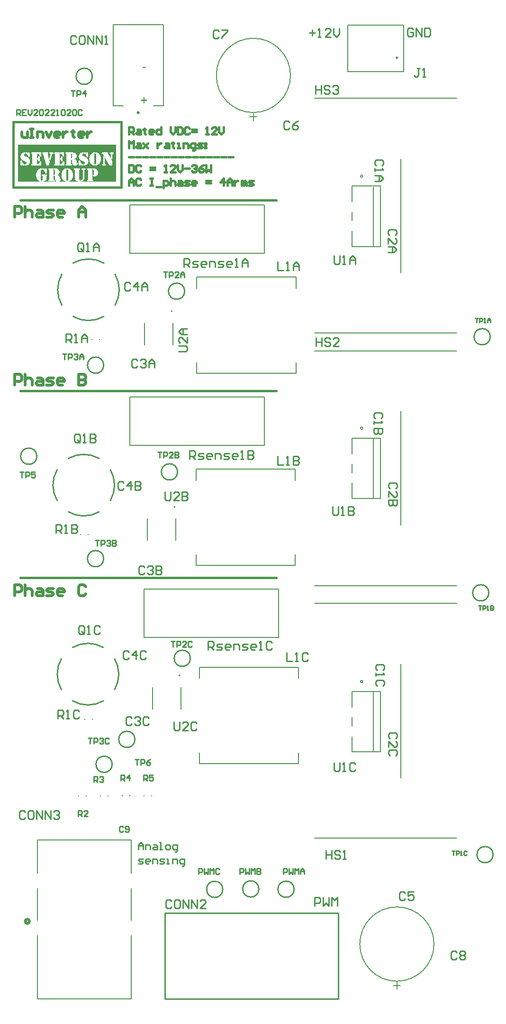
<source format=gto>
G04*
G04 #@! TF.GenerationSoftware,Altium Limited,Altium Designer,22.2.1 (43)*
G04*
G04 Layer_Color=65535*
%FSLAX25Y25*%
%MOIN*%
G70*
G04*
G04 #@! TF.SameCoordinates,550063A1-71E6-411B-B153-969BAF3FA875*
G04*
G04*
G04 #@! TF.FilePolarity,Positive*
G04*
G01*
G75*
%ADD10C,0.00600*%
%ADD11C,0.01181*%
%ADD12C,0.01000*%
%ADD13C,0.02000*%
%ADD14C,0.00787*%
%ADD15C,0.01102*%
%ADD16C,0.01500*%
%ADD17C,0.00500*%
G36*
X737402Y627250D02*
Y616000D01*
X696646D01*
X696795Y616015D01*
X696928Y616030D01*
X697032Y616059D01*
X697120Y616074D01*
X697194Y616089D01*
X697239Y616104D01*
X697254D01*
X697491Y616192D01*
X697594Y616237D01*
X697698Y616296D01*
X697772Y616341D01*
X697831Y616385D01*
X697861Y616400D01*
X697876Y616415D01*
X698083Y616607D01*
X698246Y616785D01*
X698305Y616859D01*
X698364Y616918D01*
X698379Y616963D01*
X698394Y616978D01*
X698468Y617096D01*
X698513Y617200D01*
X698572Y617362D01*
X698587Y617437D01*
X698601Y617481D01*
Y617585D01*
X698572Y617644D01*
X698527Y617748D01*
X698468Y617822D01*
X698453Y617851D01*
X698439D01*
X698379Y617910D01*
X698320Y617940D01*
X698216Y617999D01*
X698142Y618014D01*
X698113D01*
X698024Y617999D01*
X697950Y617970D01*
X697802Y617866D01*
X697743Y617807D01*
X697698Y617762D01*
X697683Y617733D01*
X697668Y617718D01*
X697624Y617673D01*
Y617688D01*
Y617703D01*
Y617718D01*
Y619066D01*
Y619184D01*
X697594Y619303D01*
X697579Y619406D01*
X697550Y619495D01*
X697520Y619584D01*
X697491Y619643D01*
X697476Y619673D01*
X697461Y619688D01*
X697313Y619910D01*
X697165Y620073D01*
X697091Y620147D01*
X697032Y620191D01*
X697002Y620221D01*
X696987Y620236D01*
X696780Y620369D01*
X696587Y620458D01*
X696498Y620502D01*
X696439Y620532D01*
X696395Y620547D01*
X696380D01*
X696113Y620621D01*
X695980Y620636D01*
X695847Y620650D01*
X695728Y620665D01*
X695565D01*
X695758Y620680D01*
X695936Y620710D01*
X696084Y620739D01*
X696217Y620769D01*
X696321Y620798D01*
X696395Y620828D01*
X696439Y620858D01*
X696454D01*
X696691Y620991D01*
X696795Y621065D01*
X696883Y621124D01*
X696943Y621183D01*
X697002Y621228D01*
X697032Y621257D01*
X697046Y621272D01*
X697254Y621524D01*
X697402Y621776D01*
X697520Y622043D01*
X697594Y622294D01*
X697639Y622516D01*
X697654Y622620D01*
Y622694D01*
X697668Y622768D01*
Y622813D01*
Y622842D01*
Y622857D01*
X697654Y623079D01*
X697624Y623272D01*
X697579Y623464D01*
X697520Y623642D01*
X697372Y623953D01*
X697209Y624220D01*
X697046Y624412D01*
X696898Y624560D01*
X696839Y624619D01*
X696795Y624649D01*
X696765Y624679D01*
X696750D01*
X696513Y624827D01*
X696276Y624945D01*
X696039Y625034D01*
X695817Y625108D01*
X695625Y625153D01*
X695476Y625182D01*
X695417D01*
X695373Y625197D01*
X695343D01*
X695136Y625212D01*
X694929Y625227D01*
X694721Y625241D01*
X694529Y625256D01*
X693803D01*
Y624294D01*
X693966Y624249D01*
X694099Y624190D01*
X694203Y624146D01*
X694292Y624101D01*
X694336Y624057D01*
X694381Y624027D01*
X694410Y624012D01*
Y623997D01*
X694455Y623923D01*
X694484Y623849D01*
X694529Y623672D01*
X694544Y623597D01*
Y623538D01*
Y623494D01*
Y623479D01*
Y621761D01*
Y621583D01*
X694529Y621465D01*
X694514Y621406D01*
X694499Y621376D01*
X694455Y621287D01*
X694395Y621198D01*
X694336Y621139D01*
X694321Y621109D01*
X694277Y621095D01*
X694218Y621065D01*
X694055Y621035D01*
X693966Y621021D01*
X693892Y621006D01*
X693847Y620991D01*
X693833D01*
Y620073D01*
X693966Y620058D01*
X694084Y620014D01*
X694173Y619984D01*
X694247Y619940D01*
X694307Y619910D01*
X694336Y619880D01*
X694366Y619865D01*
Y619851D01*
X694455Y619717D01*
X694499Y619584D01*
X694514Y619540D01*
X694529Y619495D01*
Y619465D01*
Y619451D01*
Y619421D01*
X694544Y619377D01*
Y619243D01*
Y619169D01*
Y619125D01*
Y619080D01*
Y619066D01*
Y617970D01*
X694558Y617644D01*
X694618Y617362D01*
X694706Y617111D01*
X694795Y616903D01*
X694884Y616741D01*
X694973Y616622D01*
X695032Y616548D01*
X695047Y616518D01*
X695254Y616341D01*
X695491Y616222D01*
X695728Y616133D01*
X695965Y616059D01*
X696173Y616030D01*
X696336Y616015D01*
X696395Y616000D01*
X668598D01*
Y627250D01*
Y642000D01*
X737402D01*
Y627250D01*
D02*
G37*
G36*
X757479Y673488D02*
X759218D01*
Y672757D01*
X757479D01*
Y671000D01*
X756739D01*
Y672757D01*
X755000D01*
Y673488D01*
X756739D01*
Y675227D01*
X757479D01*
Y673488D01*
D02*
G37*
G36*
X758433Y696000D02*
X756000D01*
Y696786D01*
X758433D01*
Y696000D01*
D02*
G37*
%LPC*%
G36*
X700882Y636506D02*
X697994D01*
Y635484D01*
X698290Y635440D01*
X698542Y635380D01*
X698764Y635306D01*
X698942Y635218D01*
X699090Y635143D01*
X699179Y635084D01*
X699253Y635040D01*
X699268Y635025D01*
X699431Y634877D01*
X699564Y634714D01*
X699683Y634536D01*
X699771Y634359D01*
X699846Y634196D01*
X699905Y634077D01*
X699934Y633988D01*
X699949Y633973D01*
Y633959D01*
X700008Y633811D01*
X700053Y633722D01*
X700097Y633662D01*
X700112Y633648D01*
X700201Y633603D01*
X700305Y633588D01*
X700379Y633573D01*
X700408D01*
X700571Y633588D01*
X700675Y633648D01*
X700749Y633692D01*
X700764Y633707D01*
X700838Y633825D01*
X700867Y633944D01*
X700882Y634033D01*
Y634062D01*
Y634077D01*
Y636506D01*
D02*
G37*
G36*
X684784D02*
X681896D01*
Y635484D01*
X682192Y635440D01*
X682444Y635380D01*
X682666Y635306D01*
X682844Y635218D01*
X682992Y635143D01*
X683081Y635084D01*
X683155Y635040D01*
X683169Y635025D01*
X683332Y634877D01*
X683466Y634714D01*
X683584Y634536D01*
X683673Y634359D01*
X683747Y634196D01*
X683806Y634077D01*
X683836Y633988D01*
X683851Y633973D01*
Y633959D01*
X683910Y633811D01*
X683954Y633722D01*
X683999Y633662D01*
X684014Y633648D01*
X684102Y633603D01*
X684206Y633588D01*
X684280Y633573D01*
X684310D01*
X684473Y633588D01*
X684576Y633648D01*
X684650Y633692D01*
X684665Y633707D01*
X684739Y633825D01*
X684769Y633944D01*
X684784Y634033D01*
Y634062D01*
Y634077D01*
Y636506D01*
D02*
G37*
G36*
X714863Y636639D02*
X714774D01*
Y635691D01*
X715040Y635617D01*
X715277Y635543D01*
X715470Y635454D01*
X715648Y635380D01*
X715766Y635306D01*
X715870Y635262D01*
X715929Y635218D01*
X715944Y635203D01*
X716033Y635040D01*
X716122Y634892D01*
X716181Y634758D01*
X716240Y634655D01*
X716299Y634566D01*
X716329Y634492D01*
X716359Y634447D01*
Y634433D01*
X716462Y634196D01*
X716536Y634003D01*
X716566Y633914D01*
X716581Y633855D01*
X716596Y633811D01*
Y633796D01*
X716625Y633692D01*
X716640Y633603D01*
X716670Y633544D01*
Y633529D01*
X716714Y633470D01*
X716744Y633426D01*
X716773Y633396D01*
X716788Y633381D01*
X716907Y633307D01*
X717025Y633277D01*
X717099Y633262D01*
X717129D01*
X717218Y633277D01*
X717292Y633292D01*
X717410Y633351D01*
X717484Y633396D01*
X717514Y633426D01*
X717603Y633559D01*
X717647Y633692D01*
X717662Y633737D01*
Y633781D01*
Y633811D01*
Y633825D01*
Y635958D01*
X717647Y636165D01*
X717603Y636313D01*
X717588Y636373D01*
X717558Y636417D01*
X717543Y636432D01*
Y636447D01*
X717499Y636506D01*
X717440Y636550D01*
X717321Y636610D01*
X717218Y636624D01*
X717173D01*
X717099Y636610D01*
X717025Y636595D01*
X716907Y636521D01*
X716832Y636432D01*
X716803Y636417D01*
Y636402D01*
X716655Y636195D01*
X716551D01*
X716492Y636210D01*
X716447Y636225D01*
X716433D01*
X716255Y636299D01*
X716092Y636358D01*
X715944Y636417D01*
X715826Y636461D01*
X715737Y636491D01*
X715663Y636506D01*
X715618Y636521D01*
X715603D01*
X715485Y636550D01*
X715351Y636580D01*
X715085Y636610D01*
X714952Y636624D01*
X714863Y636639D01*
D02*
G37*
G36*
X673809D02*
X673721D01*
Y635691D01*
X673987Y635617D01*
X674224Y635543D01*
X674417Y635454D01*
X674594Y635380D01*
X674713Y635306D01*
X674817Y635262D01*
X674876Y635218D01*
X674891Y635203D01*
X674979Y635040D01*
X675068Y634892D01*
X675128Y634758D01*
X675187Y634655D01*
X675246Y634566D01*
X675276Y634492D01*
X675305Y634447D01*
Y634433D01*
X675409Y634196D01*
X675483Y634003D01*
X675513Y633914D01*
X675527Y633855D01*
X675542Y633811D01*
Y633796D01*
X675572Y633692D01*
X675587Y633603D01*
X675616Y633544D01*
Y633529D01*
X675661Y633470D01*
X675690Y633426D01*
X675720Y633396D01*
X675735Y633381D01*
X675853Y633307D01*
X675972Y633277D01*
X676046Y633262D01*
X676075D01*
X676164Y633277D01*
X676238Y633292D01*
X676357Y633351D01*
X676431Y633396D01*
X676461Y633426D01*
X676549Y633559D01*
X676594Y633692D01*
X676609Y633737D01*
Y633781D01*
Y633811D01*
Y633825D01*
Y635958D01*
X676594Y636165D01*
X676549Y636313D01*
X676535Y636373D01*
X676505Y636417D01*
X676490Y636432D01*
Y636447D01*
X676446Y636506D01*
X676386Y636550D01*
X676268Y636610D01*
X676164Y636624D01*
X676120D01*
X676046Y636610D01*
X675972Y636595D01*
X675853Y636521D01*
X675779Y636432D01*
X675750Y636417D01*
Y636402D01*
X675601Y636195D01*
X675498D01*
X675439Y636210D01*
X675394Y636225D01*
X675379D01*
X675202Y636299D01*
X675039Y636358D01*
X674891Y636417D01*
X674772Y636461D01*
X674683Y636491D01*
X674609Y636506D01*
X674565Y636521D01*
X674550D01*
X674432Y636550D01*
X674298Y636580D01*
X674032Y636610D01*
X673898Y636624D01*
X673809Y636639D01*
D02*
G37*
G36*
X735167Y636506D02*
X733494D01*
X733301Y636491D01*
X733153Y636447D01*
X733064Y636402D01*
X733049Y636387D01*
X733035D01*
X732946Y636284D01*
X732901Y636165D01*
X732887Y636076D01*
Y636047D01*
Y636032D01*
X732901Y635928D01*
X732916Y635840D01*
X732931Y635780D01*
X732946Y635765D01*
X733020Y635691D01*
X733094Y635632D01*
X733168Y635588D01*
X733198Y635573D01*
X733331Y635499D01*
X733435Y635425D01*
X733523Y635351D01*
X733583Y635291D01*
X733642Y635218D01*
X733672Y635173D01*
X733701Y635143D01*
Y635129D01*
X733746Y635025D01*
X733790Y634906D01*
X733834Y634655D01*
X733849Y634551D01*
Y634462D01*
Y634403D01*
Y634373D01*
Y632552D01*
X734812Y631293D01*
Y634373D01*
Y634536D01*
X734827Y634669D01*
X734856Y634803D01*
X734871Y634906D01*
X734901Y634995D01*
X734915Y635055D01*
X734930Y635099D01*
Y635114D01*
X734990Y635203D01*
X735049Y635277D01*
X735197Y635410D01*
X735256Y635454D01*
X735315Y635484D01*
X735345Y635514D01*
X735360D01*
X735449Y635558D01*
X735523Y635603D01*
X735641Y635677D01*
X735701Y635721D01*
X735715Y635736D01*
X735775Y635825D01*
X735789Y635914D01*
X735804Y635988D01*
Y636017D01*
X735789Y636151D01*
X735745Y636239D01*
X735701Y636299D01*
X735686Y636313D01*
X735612Y636373D01*
X735523Y636432D01*
X735330Y636476D01*
X735241Y636491D01*
X735167Y636506D01*
D02*
G37*
G36*
X692811D02*
X691108D01*
X690900Y636491D01*
X690752Y636447D01*
X690693Y636417D01*
X690649Y636387D01*
X690634Y636373D01*
X690619D01*
X690560Y636328D01*
X690515Y636269D01*
X690471Y636151D01*
X690441Y636047D01*
Y636017D01*
Y636002D01*
X690456Y635884D01*
X690485Y635795D01*
X690545Y635706D01*
X690604Y635647D01*
X690649Y635603D01*
X690708Y635573D01*
X690737Y635558D01*
X690752D01*
X690960Y635484D01*
X691078Y635410D01*
X691167Y635336D01*
X691226Y635277D01*
X691241Y635262D01*
Y635247D01*
X691270Y635143D01*
X691300Y635069D01*
Y635010D01*
Y634995D01*
Y634966D01*
X691285Y634936D01*
X691256Y634832D01*
X691241Y634743D01*
X691226Y634714D01*
Y634699D01*
X690471Y631944D01*
X690945Y630597D01*
X692085Y634373D01*
X692144Y634536D01*
X692189Y634684D01*
X692248Y634803D01*
X692292Y634906D01*
X692337Y634980D01*
X692366Y635040D01*
X692381Y635069D01*
X692396Y635084D01*
X692455Y635173D01*
X692529Y635247D01*
X692589Y635306D01*
X692633Y635351D01*
X692707Y635410D01*
X692737Y635425D01*
X693018Y635573D01*
X693151Y635647D01*
X693255Y635706D01*
X693299Y635751D01*
X693314Y635765D01*
X693359Y635854D01*
X693373Y635943D01*
X693388Y636002D01*
Y636032D01*
X693373Y636121D01*
X693359Y636195D01*
X693270Y636313D01*
X693196Y636387D01*
X693166Y636417D01*
X693151D01*
X693092Y636447D01*
X693033Y636476D01*
X692885Y636491D01*
X692811Y636506D01*
D02*
G37*
G36*
X699327Y633959D02*
X699283D01*
X699149Y633944D01*
X699046Y633899D01*
X698986Y633840D01*
X698957Y633825D01*
X698883Y633707D01*
X698824Y633573D01*
X698809Y633514D01*
X698794Y633470D01*
X698779Y633440D01*
Y633426D01*
X698749Y633307D01*
X698705Y633203D01*
X698675Y633114D01*
X698631Y633026D01*
X698601Y632966D01*
X698572Y632922D01*
X698557Y632907D01*
X698542Y632892D01*
X698468Y632818D01*
X698379Y632744D01*
X698187Y632626D01*
X698098Y632566D01*
X698039Y632522D01*
X697979Y632507D01*
X697965Y632492D01*
Y631559D01*
X698098Y631515D01*
X698202Y631470D01*
X698305Y631426D01*
X698379Y631367D01*
X698439Y631322D01*
X698483Y631278D01*
X698498Y631263D01*
X698513Y631248D01*
X698572Y631159D01*
X698631Y631071D01*
X698720Y630863D01*
X698749Y630774D01*
X698779Y630700D01*
X698794Y630641D01*
Y630626D01*
X698853Y630464D01*
X698912Y630345D01*
X698957Y630286D01*
X698972Y630256D01*
X699075Y630182D01*
X699179Y630152D01*
X699268Y630138D01*
X699298D01*
X699386Y630152D01*
X699475Y630167D01*
X699579Y630227D01*
X699653Y630271D01*
X699668Y630301D01*
X699697Y630375D01*
X699727Y630449D01*
X699757Y630612D01*
X699771Y630686D01*
Y630745D01*
Y630789D01*
Y630804D01*
Y633262D01*
Y633381D01*
X699757Y633470D01*
X699742Y633544D01*
Y633603D01*
X699727Y633648D01*
X699712Y633677D01*
X699697Y633707D01*
X699653Y633796D01*
X699594Y633855D01*
X699520Y633899D01*
X699446Y633929D01*
X699386Y633944D01*
X699327Y633959D01*
D02*
G37*
G36*
X683229D02*
X683184D01*
X683051Y633944D01*
X682947Y633899D01*
X682888Y633840D01*
X682858Y633825D01*
X682784Y633707D01*
X682725Y633573D01*
X682710Y633514D01*
X682695Y633470D01*
X682681Y633440D01*
Y633426D01*
X682651Y633307D01*
X682607Y633203D01*
X682577Y633114D01*
X682533Y633026D01*
X682503Y632966D01*
X682473Y632922D01*
X682458Y632907D01*
X682444Y632892D01*
X682370Y632818D01*
X682281Y632744D01*
X682088Y632626D01*
X681999Y632566D01*
X681940Y632522D01*
X681881Y632507D01*
X681866Y632492D01*
Y631559D01*
X681999Y631515D01*
X682103Y631470D01*
X682207Y631426D01*
X682281Y631367D01*
X682340Y631322D01*
X682384Y631278D01*
X682399Y631263D01*
X682414Y631248D01*
X682473Y631159D01*
X682533Y631071D01*
X682621Y630863D01*
X682651Y630774D01*
X682681Y630700D01*
X682695Y630641D01*
Y630626D01*
X682755Y630464D01*
X682814Y630345D01*
X682858Y630286D01*
X682873Y630256D01*
X682977Y630182D01*
X683081Y630152D01*
X683169Y630138D01*
X683199D01*
X683288Y630152D01*
X683377Y630167D01*
X683480Y630227D01*
X683555Y630271D01*
X683569Y630301D01*
X683599Y630375D01*
X683629Y630449D01*
X683658Y630612D01*
X683673Y630686D01*
Y630745D01*
Y630789D01*
Y630804D01*
Y633262D01*
Y633381D01*
X683658Y633470D01*
X683643Y633544D01*
Y633603D01*
X683629Y633648D01*
X683614Y633677D01*
X683599Y633707D01*
X683555Y633796D01*
X683495Y633855D01*
X683421Y633899D01*
X683347Y633929D01*
X683288Y633944D01*
X683229Y633959D01*
D02*
G37*
G36*
X731302Y636506D02*
X728221D01*
X728073Y636491D01*
X727970D01*
X727881Y636476D01*
X727822Y636461D01*
X727777D01*
X727747Y636447D01*
X727659Y636387D01*
X727599Y636328D01*
X727555Y636284D01*
X727540Y636254D01*
X727496Y636165D01*
X727481Y636076D01*
X727466Y636017D01*
Y635988D01*
X727481Y635884D01*
X727510Y635795D01*
X727525Y635736D01*
X727540Y635721D01*
X727614Y635647D01*
X727688Y635603D01*
X727747Y635573D01*
X727762Y635558D01*
X727955Y635484D01*
X728058Y635440D01*
X728133Y635395D01*
X728177Y635366D01*
X728192Y635351D01*
X728221Y635321D01*
X728251Y635277D01*
X728325Y635173D01*
X728384Y635084D01*
X728399Y635055D01*
Y635040D01*
X732812Y627427D01*
X734812D01*
Y630434D01*
X731302Y636506D01*
D02*
G37*
G36*
X728384Y634225D02*
Y629501D01*
X728370Y629219D01*
X728310Y628982D01*
X728236Y628790D01*
X728162Y628642D01*
X728073Y628523D01*
X727999Y628449D01*
X727940Y628405D01*
X727925Y628390D01*
X727822Y628331D01*
X727718Y628286D01*
X727659Y628242D01*
X727599Y628212D01*
X727555Y628183D01*
X727525Y628153D01*
X727510Y628138D01*
X727466Y628064D01*
X727451Y627975D01*
X727436Y627916D01*
Y627886D01*
X727451Y627812D01*
X727466Y627738D01*
X727555Y627620D01*
X727659Y627546D01*
X727792Y627487D01*
X727925Y627457D01*
X728044Y627442D01*
X728118Y627427D01*
X729776D01*
X729880Y627442D01*
X729969Y627457D01*
X730028Y627487D01*
X730088Y627501D01*
X730117Y627516D01*
X730147Y627531D01*
X730206Y627590D01*
X730265Y627649D01*
X730310Y627768D01*
X730339Y627857D01*
Y627872D01*
Y627886D01*
X730324Y627975D01*
X730295Y628064D01*
X730221Y628183D01*
X730132Y628257D01*
X730102Y628286D01*
X730088D01*
X729895Y628390D01*
X729717Y628523D01*
X729584Y628657D01*
X729539Y628716D01*
X729510Y628760D01*
X729480Y628790D01*
Y628805D01*
X729436Y628908D01*
X729406Y629027D01*
X729362Y629249D01*
Y629353D01*
X729347Y629427D01*
Y629486D01*
Y629501D01*
Y632981D01*
X728384Y634225D01*
D02*
G37*
G36*
X705651Y636506D02*
X702452D01*
X702259Y636491D01*
X702126Y636447D01*
X702037Y636387D01*
X702023Y636373D01*
X702008D01*
X701948Y636328D01*
X701919Y636269D01*
X701860Y636165D01*
X701845Y636076D01*
Y636032D01*
X701860Y635899D01*
X701904Y635795D01*
X701948Y635721D01*
X702023Y635662D01*
X702082Y635617D01*
X702126Y635588D01*
X702171Y635558D01*
X702185D01*
X702245Y635529D01*
X702304Y635514D01*
X702363Y635484D01*
X702393Y635469D01*
X702422Y635454D01*
X702437Y635440D01*
X702467Y635366D01*
X702496Y635291D01*
Y635218D01*
Y635203D01*
Y635188D01*
Y628731D01*
X702482Y628612D01*
X702467Y628538D01*
X702452Y628494D01*
X702437Y628479D01*
X702408Y628449D01*
X702393Y628435D01*
X702378D01*
X702348Y628420D01*
X702289Y628405D01*
X702215Y628375D01*
X702200Y628360D01*
X702185D01*
X702067Y628301D01*
X701993Y628242D01*
X701934Y628153D01*
X701889Y628079D01*
X701860Y628005D01*
X701845Y627946D01*
Y627886D01*
X701860Y627798D01*
X701874Y627738D01*
X701934Y627620D01*
X701978Y627561D01*
X702008Y627531D01*
X702141Y627472D01*
X702289Y627442D01*
X702348Y627427D01*
X705843D01*
X705932Y627442D01*
X706021Y627457D01*
X706080Y627472D01*
X706140Y627487D01*
X706169Y627501D01*
X706199Y627516D01*
X706288Y627575D01*
X706347Y627635D01*
X706391Y627709D01*
X706421Y627768D01*
X706451Y627857D01*
Y627886D01*
Y627901D01*
X706436Y628035D01*
X706377Y628138D01*
X706303Y628227D01*
X706214Y628286D01*
X706110Y628331D01*
X706036Y628375D01*
X705977Y628390D01*
X705962D01*
X705858Y628420D01*
X705799Y628435D01*
X705784Y628449D01*
X705769D01*
X705740Y628464D01*
X705710Y628494D01*
X705695Y628523D01*
X705681Y628538D01*
X705666Y628553D01*
Y628583D01*
X705651Y628671D01*
Y628746D01*
Y628760D01*
Y628775D01*
Y636506D01*
D02*
G37*
G36*
X700541Y630449D02*
X700497D01*
X700364Y630434D01*
X700275Y630404D01*
X700201Y630360D01*
X700186Y630345D01*
X700112Y630241D01*
X700053Y630123D01*
X700023Y630034D01*
X700008Y630004D01*
Y629989D01*
X699949Y629841D01*
X699905Y629723D01*
X699846Y629619D01*
X699801Y629516D01*
X699757Y629456D01*
X699727Y629397D01*
X699712Y629367D01*
X699697Y629353D01*
X699579Y629175D01*
X699446Y629027D01*
X699386Y628968D01*
X699342Y628923D01*
X699312Y628894D01*
X699298Y628879D01*
X699105Y628731D01*
X698942Y628627D01*
X698868Y628597D01*
X698824Y628568D01*
X698794Y628553D01*
X698779D01*
X698675Y628509D01*
X698557Y628479D01*
X698305Y628420D01*
X698187Y628390D01*
X698098Y628375D01*
X698039Y628360D01*
X698009D01*
Y627427D01*
X700971D01*
Y629827D01*
X700956Y630019D01*
X700912Y630167D01*
X700867Y630256D01*
X700852Y630286D01*
X700808Y630345D01*
X700749Y630375D01*
X700630Y630434D01*
X700541Y630449D01*
D02*
G37*
G36*
X697713Y636506D02*
X694514D01*
X694321Y636491D01*
X694188Y636447D01*
X694099Y636387D01*
X694084Y636373D01*
X694070D01*
X694010Y636328D01*
X693981Y636269D01*
X693922Y636165D01*
X693907Y636076D01*
Y636032D01*
X693922Y635899D01*
X693966Y635795D01*
X694010Y635721D01*
X694084Y635662D01*
X694144Y635617D01*
X694188Y635588D01*
X694233Y635558D01*
X694247D01*
X694307Y635529D01*
X694366Y635514D01*
X694425Y635484D01*
X694455Y635469D01*
X694484Y635454D01*
X694499Y635440D01*
X694529Y635366D01*
X694558Y635291D01*
Y635218D01*
Y635203D01*
Y635188D01*
Y628731D01*
X694544Y628612D01*
X694529Y628538D01*
X694514Y628494D01*
X694499Y628479D01*
X694469Y628449D01*
X694455Y628435D01*
X694440D01*
X694410Y628420D01*
X694351Y628405D01*
X694277Y628375D01*
X694262Y628360D01*
X694247D01*
X694129Y628301D01*
X694055Y628242D01*
X693996Y628153D01*
X693951Y628079D01*
X693922Y628005D01*
X693907Y627946D01*
Y627886D01*
X693922Y627798D01*
X693936Y627738D01*
X693996Y627620D01*
X694040Y627561D01*
X694070Y627531D01*
X694203Y627472D01*
X694351Y627442D01*
X694410Y627427D01*
X697713D01*
Y636506D01*
D02*
G37*
G36*
X689167D02*
X686013D01*
X685909Y636491D01*
X685820Y636476D01*
X685746Y636447D01*
X685687Y636432D01*
X685643Y636402D01*
X685628Y636387D01*
X685613D01*
X685539Y636328D01*
X685480Y636254D01*
X685450Y636195D01*
X685421Y636121D01*
X685406Y636062D01*
X685391Y636017D01*
Y635973D01*
X685406Y635840D01*
X685435Y635751D01*
X685465Y635691D01*
X685480Y635677D01*
X685569Y635617D01*
X685672Y635558D01*
X685761Y635514D01*
X685776Y635499D01*
X685791D01*
X685835Y635469D01*
X685865Y635440D01*
X685880Y635425D01*
Y635410D01*
X685909Y635366D01*
X685939Y635306D01*
X685954Y635262D01*
X685968Y635232D01*
X688279Y627427D01*
X690204D01*
X690841Y629812D01*
X689345Y635069D01*
X689330Y635129D01*
Y635188D01*
Y635232D01*
Y635247D01*
Y635321D01*
X689345Y635380D01*
X689360Y635410D01*
Y635425D01*
X689404Y635469D01*
X689464Y635514D01*
X689523Y635529D01*
X689538Y635543D01*
X689641Y635603D01*
X689715Y635677D01*
X689775Y635765D01*
X689804Y635840D01*
X689834Y635914D01*
X689849Y635958D01*
Y636002D01*
Y636017D01*
X689834Y636091D01*
X689819Y636165D01*
X689789Y636210D01*
X689775Y636225D01*
X689730Y636299D01*
X689686Y636358D01*
X689641Y636387D01*
X689627Y636402D01*
X689552Y636447D01*
X689478Y636461D01*
X689419Y636476D01*
X689404D01*
X689360Y636491D01*
X689286D01*
X689167Y636506D01*
D02*
G37*
G36*
X684443Y630449D02*
X684399D01*
X684265Y630434D01*
X684176Y630404D01*
X684102Y630360D01*
X684088Y630345D01*
X684014Y630241D01*
X683954Y630123D01*
X683925Y630034D01*
X683910Y630004D01*
Y629989D01*
X683851Y629841D01*
X683806Y629723D01*
X683747Y629619D01*
X683703Y629516D01*
X683658Y629456D01*
X683629Y629397D01*
X683614Y629367D01*
X683599Y629353D01*
X683480Y629175D01*
X683347Y629027D01*
X683288Y628968D01*
X683244Y628923D01*
X683214Y628894D01*
X683199Y628879D01*
X683006Y628731D01*
X682844Y628627D01*
X682769Y628597D01*
X682725Y628568D01*
X682695Y628553D01*
X682681D01*
X682577Y628509D01*
X682458Y628479D01*
X682207Y628420D01*
X682088Y628390D01*
X681999Y628375D01*
X681940Y628360D01*
X681911D01*
Y627427D01*
X684873D01*
Y629827D01*
X684858Y630019D01*
X684813Y630167D01*
X684769Y630256D01*
X684754Y630286D01*
X684710Y630345D01*
X684650Y630375D01*
X684532Y630434D01*
X684443Y630449D01*
D02*
G37*
G36*
X681614Y636506D02*
X678415D01*
X678223Y636491D01*
X678090Y636447D01*
X678001Y636387D01*
X677986Y636373D01*
X677971D01*
X677912Y636328D01*
X677882Y636269D01*
X677823Y636165D01*
X677808Y636076D01*
Y636032D01*
X677823Y635899D01*
X677867Y635795D01*
X677912Y635721D01*
X677986Y635662D01*
X678045Y635617D01*
X678090Y635588D01*
X678134Y635558D01*
X678149D01*
X678208Y635529D01*
X678267Y635514D01*
X678327Y635484D01*
X678356Y635469D01*
X678386Y635454D01*
X678401Y635440D01*
X678430Y635366D01*
X678460Y635291D01*
Y635218D01*
Y635203D01*
Y635188D01*
Y628731D01*
X678445Y628612D01*
X678430Y628538D01*
X678415Y628494D01*
X678401Y628479D01*
X678371Y628449D01*
X678356Y628435D01*
X678341D01*
X678312Y628420D01*
X678253Y628405D01*
X678178Y628375D01*
X678164Y628360D01*
X678149D01*
X678030Y628301D01*
X677956Y628242D01*
X677897Y628153D01*
X677853Y628079D01*
X677823Y628005D01*
X677808Y627946D01*
Y627886D01*
X677823Y627798D01*
X677838Y627738D01*
X677897Y627620D01*
X677942Y627561D01*
X677971Y627531D01*
X678104Y627472D01*
X678253Y627442D01*
X678312Y627427D01*
X681614D01*
Y636506D01*
D02*
G37*
G36*
X722875Y636669D02*
X722786D01*
Y635751D01*
X722875Y635721D01*
X722949Y635677D01*
X723068Y635632D01*
X723127Y635603D01*
X723142Y635588D01*
X723201Y635529D01*
X723245Y635484D01*
X723275Y635425D01*
X723290Y635410D01*
X723349Y635262D01*
X723379Y635114D01*
X723393Y635040D01*
Y634980D01*
Y634951D01*
Y634936D01*
Y629160D01*
Y628982D01*
X723364Y628834D01*
X723349Y628716D01*
X723319Y628612D01*
X723290Y628538D01*
X723260Y628479D01*
X723245Y628449D01*
X723231Y628435D01*
X723186Y628375D01*
X723142Y628331D01*
X723112Y628316D01*
X723097Y628301D01*
X723068Y628286D01*
X723023Y628272D01*
X722919Y628227D01*
X722831Y628212D01*
X722801Y628197D01*
X722786D01*
Y627264D01*
X723082Y627294D01*
X723379Y627339D01*
X723645Y627398D01*
X723897Y627487D01*
X724134Y627561D01*
X724341Y627664D01*
X724548Y627753D01*
X724726Y627857D01*
X724874Y627946D01*
X725023Y628035D01*
X725141Y628124D01*
X725245Y628197D01*
X725319Y628272D01*
X725378Y628316D01*
X725408Y628346D01*
X725422Y628360D01*
X725659Y628612D01*
X725852Y628894D01*
X726030Y629175D01*
X726178Y629471D01*
X726311Y629767D01*
X726415Y630064D01*
X726504Y630360D01*
X726578Y630641D01*
X726637Y630908D01*
X726666Y631159D01*
X726696Y631382D01*
X726726Y631574D01*
Y631722D01*
X726740Y631841D01*
Y631944D01*
X726726Y632374D01*
X726681Y632774D01*
X726607Y633159D01*
X726533Y633499D01*
X726415Y633840D01*
X726311Y634136D01*
X726178Y634418D01*
X726059Y634655D01*
X725926Y634877D01*
X725793Y635069D01*
X725689Y635232D01*
X725585Y635380D01*
X725496Y635484D01*
X725422Y635558D01*
X725378Y635603D01*
X725363Y635617D01*
X725171Y635795D01*
X724978Y635943D01*
X724786Y636076D01*
X724623Y636180D01*
X724474Y636269D01*
X724356Y636328D01*
X724282Y636358D01*
X724252Y636373D01*
X724015Y636461D01*
X723764Y636536D01*
X723527Y636580D01*
X723290Y636624D01*
X723097Y636639D01*
X722934Y636654D01*
X722875Y636669D01*
D02*
G37*
G36*
X722534D02*
X722223Y636654D01*
X721927Y636610D01*
X721675Y636565D01*
X721468Y636506D01*
X721290Y636461D01*
X721157Y636417D01*
X721083Y636387D01*
X721053Y636373D01*
X720831Y636269D01*
X720624Y636151D01*
X720446Y636017D01*
X720283Y635899D01*
X720135Y635795D01*
X720031Y635706D01*
X719972Y635647D01*
X719943Y635617D01*
X719706Y635351D01*
X719498Y635084D01*
X719321Y634818D01*
X719172Y634566D01*
X719069Y634344D01*
X719024Y634255D01*
X718980Y634181D01*
X718950Y634107D01*
X718936Y634062D01*
X718921Y634033D01*
Y634018D01*
X718817Y633662D01*
X718728Y633307D01*
X718669Y632951D01*
X718639Y632641D01*
X718624Y632492D01*
X718610Y632359D01*
Y632241D01*
X718595Y632137D01*
Y631944D01*
X718610Y631530D01*
X718654Y631130D01*
X718713Y630760D01*
X718802Y630419D01*
X718891Y630093D01*
X719010Y629797D01*
X719113Y629530D01*
X719247Y629293D01*
X719365Y629071D01*
X719484Y628894D01*
X719587Y628731D01*
X719676Y628597D01*
X719765Y628494D01*
X719824Y628420D01*
X719869Y628375D01*
X719883Y628360D01*
X720076Y628183D01*
X720283Y628035D01*
X720505Y627901D01*
X720728Y627783D01*
X720950Y627679D01*
X721172Y627590D01*
X721587Y627442D01*
X721779Y627398D01*
X721957Y627353D01*
X722120Y627324D01*
X722268Y627294D01*
X722371Y627279D01*
X722460D01*
X722520Y627264D01*
X722534D01*
Y628183D01*
X722401Y628227D01*
X722297Y628272D01*
X722223Y628316D01*
X722164Y628360D01*
X722120Y628390D01*
X722090Y628420D01*
X722060Y628449D01*
X722016Y628538D01*
X721986Y628642D01*
X721957Y628879D01*
X721942Y628982D01*
Y629071D01*
Y629131D01*
Y629160D01*
Y634936D01*
Y635055D01*
X721957Y635173D01*
X721972Y635262D01*
X722001Y635336D01*
X722016Y635380D01*
X722031Y635425D01*
X722046Y635454D01*
X722090Y635514D01*
X722164Y635573D01*
X722327Y635662D01*
X722401Y635706D01*
X722475Y635721D01*
X722520Y635751D01*
X722534D01*
Y636669D01*
D02*
G37*
G36*
X714552D02*
X714078Y636624D01*
X713663Y636550D01*
X713308Y636447D01*
X713145Y636402D01*
X713012Y636343D01*
X712878Y636284D01*
X712760Y636239D01*
X712671Y636195D01*
X712597Y636151D01*
X712538Y636106D01*
X712478Y636091D01*
X712464Y636062D01*
X712449D01*
X712241Y635899D01*
X712064Y635736D01*
X711916Y635558D01*
X711782Y635380D01*
X711693Y635232D01*
X711619Y635114D01*
X711575Y635040D01*
X711560Y635025D01*
Y635010D01*
X711456Y634758D01*
X711382Y634507D01*
X711323Y634270D01*
X711294Y634062D01*
X711264Y633870D01*
X711249Y633722D01*
Y633588D01*
X711264Y633307D01*
X711308Y633055D01*
X711368Y632803D01*
X711442Y632566D01*
X711545Y632359D01*
X711649Y632152D01*
X711767Y631974D01*
X711886Y631811D01*
X712005Y631663D01*
X712123Y631530D01*
X712227Y631426D01*
X712330Y631322D01*
X712404Y631248D01*
X712464Y631204D01*
X712508Y631174D01*
X712523Y631159D01*
X712715Y631026D01*
X712893Y630923D01*
X712967Y630878D01*
X713026Y630849D01*
X713056Y630819D01*
X713071D01*
X713204Y630760D01*
X713367Y630686D01*
X713559Y630597D01*
X713737Y630508D01*
X713915Y630434D01*
X714048Y630375D01*
X714108Y630345D01*
X714152Y630330D01*
X714167Y630315D01*
X714182D01*
X714419Y630197D01*
X714626Y630108D01*
X714789Y630019D01*
X714922Y629945D01*
X715011Y629886D01*
X715085Y629841D01*
X715115Y629812D01*
X715129Y629797D01*
X715248Y629693D01*
X715322Y629575D01*
X715381Y629471D01*
X715426Y629367D01*
X715455Y629279D01*
X715470Y629205D01*
Y629160D01*
Y629145D01*
X715455Y629027D01*
X715440Y628908D01*
X715396Y628805D01*
X715366Y628731D01*
X715322Y628671D01*
X715277Y628627D01*
X715263Y628597D01*
X715248Y628583D01*
X715159Y628509D01*
X715026Y628435D01*
X714759Y628316D01*
X714626Y628272D01*
X714522Y628242D01*
X714448Y628227D01*
X714419Y628212D01*
Y627264D01*
X714626D01*
X714804Y627279D01*
X714981Y627309D01*
X715129Y627324D01*
X715263Y627353D01*
X715351Y627368D01*
X715426Y627383D01*
X715440D01*
X715618Y627427D01*
X715781Y627487D01*
X715944Y627546D01*
X716062Y627590D01*
X716181Y627635D01*
X716255Y627679D01*
X716314Y627694D01*
X716329Y627709D01*
X716596Y627872D01*
X716832Y628064D01*
X717040Y628257D01*
X717203Y628435D01*
X717336Y628597D01*
X717440Y628731D01*
X717499Y628820D01*
X717514Y628834D01*
Y628849D01*
X717662Y629131D01*
X717766Y629397D01*
X717854Y629664D01*
X717899Y629916D01*
X717929Y630123D01*
X717958Y630286D01*
Y630434D01*
X717943Y630641D01*
X717914Y630849D01*
X717869Y631056D01*
X717810Y631234D01*
X717662Y631589D01*
X717499Y631885D01*
X717410Y632019D01*
X717336Y632122D01*
X717247Y632226D01*
X717188Y632315D01*
X717129Y632374D01*
X717084Y632418D01*
X717055Y632448D01*
X717040Y632463D01*
X716966Y632566D01*
X716892Y632655D01*
X716714Y632818D01*
X716640Y632877D01*
X716581Y632922D01*
X716536Y632937D01*
X716522Y632951D01*
X716388Y633026D01*
X716240Y633114D01*
X716092Y633188D01*
X715944Y633262D01*
X715811Y633337D01*
X715707Y633381D01*
X715633Y633411D01*
X715603Y633426D01*
X715440Y633499D01*
X715277Y633559D01*
X715026Y633677D01*
X714804Y633781D01*
X714641Y633855D01*
X714522Y633914D01*
X714448Y633959D01*
X714404Y633988D01*
X714389D01*
X714270Y634062D01*
X714167Y634136D01*
X714078Y634196D01*
X714004Y634255D01*
X713945Y634314D01*
X713915Y634359D01*
X713900Y634373D01*
X713885Y634388D01*
X713797Y634566D01*
X713752Y634729D01*
Y634788D01*
X713737Y634847D01*
Y634877D01*
Y634892D01*
X713752Y634995D01*
X713767Y635084D01*
X713826Y635232D01*
X713856Y635291D01*
X713885Y635336D01*
X713915Y635351D01*
Y635366D01*
X713989Y635440D01*
X714093Y635499D01*
X714300Y635603D01*
X714404Y635647D01*
X714478Y635677D01*
X714537Y635691D01*
X714552D01*
Y636669D01*
D02*
G37*
G36*
X711753Y630937D02*
X711649D01*
X711590Y630908D01*
X711471Y630849D01*
X711412Y630789D01*
X711382Y630774D01*
Y630760D01*
X711308Y630626D01*
X711264Y630493D01*
Y630449D01*
X711249Y630404D01*
Y627901D01*
X711264Y627798D01*
X711323Y627620D01*
X711397Y627501D01*
X711501Y627427D01*
X711590Y627368D01*
X711664Y627353D01*
X711723Y627339D01*
X711738D01*
X711812Y627353D01*
X711886Y627368D01*
X711990Y627427D01*
X712064Y627487D01*
X712093Y627516D01*
X712182Y627620D01*
X712227Y627679D01*
X712256Y627709D01*
X712301Y627724D01*
X712345Y627738D01*
X712434D01*
X712478Y627724D01*
X712508Y627709D01*
X712523Y627694D01*
X712612Y627664D01*
X712715Y627620D01*
X712804Y627575D01*
X712819Y627561D01*
X712834D01*
X713086Y627457D01*
X713337Y627383D01*
X713559Y627339D01*
X713767Y627309D01*
X713945Y627279D01*
X714093Y627264D01*
X714211D01*
Y628227D01*
X714004Y628272D01*
X713826Y628316D01*
X713678Y628375D01*
X713545Y628435D01*
X713456Y628479D01*
X713382Y628523D01*
X713337Y628538D01*
X713323Y628553D01*
X713174Y628716D01*
X713041Y628864D01*
X712937Y629012D01*
X712834Y629160D01*
X712745Y629264D01*
X712686Y629367D01*
X712656Y629427D01*
X712641Y629442D01*
X712464Y629797D01*
X712404Y629975D01*
X712345Y630138D01*
X712301Y630271D01*
X712271Y630375D01*
X712241Y630434D01*
Y630464D01*
X712182Y630626D01*
X712123Y630730D01*
X712064Y630804D01*
X712049Y630819D01*
X711960Y630893D01*
X711842Y630923D01*
X711753Y630937D01*
D02*
G37*
G36*
X673498Y636669D02*
X673025Y636624D01*
X672610Y636550D01*
X672254Y636447D01*
X672091Y636402D01*
X671958Y636343D01*
X671825Y636284D01*
X671706Y636239D01*
X671618Y636195D01*
X671544Y636151D01*
X671484Y636106D01*
X671425Y636091D01*
X671410Y636062D01*
X671395D01*
X671188Y635899D01*
X671010Y635736D01*
X670862Y635558D01*
X670729Y635380D01*
X670640Y635232D01*
X670566Y635114D01*
X670522Y635040D01*
X670507Y635025D01*
Y635010D01*
X670403Y634758D01*
X670329Y634507D01*
X670270Y634270D01*
X670240Y634062D01*
X670211Y633870D01*
X670196Y633722D01*
Y633588D01*
X670211Y633307D01*
X670255Y633055D01*
X670314Y632803D01*
X670388Y632566D01*
X670492Y632359D01*
X670596Y632152D01*
X670714Y631974D01*
X670833Y631811D01*
X670951Y631663D01*
X671070Y631530D01*
X671173Y631426D01*
X671277Y631322D01*
X671351Y631248D01*
X671410Y631204D01*
X671455Y631174D01*
X671469Y631159D01*
X671662Y631026D01*
X671840Y630923D01*
X671914Y630878D01*
X671973Y630849D01*
X672003Y630819D01*
X672017D01*
X672151Y630760D01*
X672314Y630686D01*
X672506Y630597D01*
X672684Y630508D01*
X672862Y630434D01*
X672995Y630375D01*
X673054Y630345D01*
X673099Y630330D01*
X673113Y630315D01*
X673128D01*
X673365Y630197D01*
X673572Y630108D01*
X673735Y630019D01*
X673869Y629945D01*
X673958Y629886D01*
X674032Y629841D01*
X674061Y629812D01*
X674076Y629797D01*
X674194Y629693D01*
X674269Y629575D01*
X674328Y629471D01*
X674372Y629367D01*
X674402Y629279D01*
X674417Y629205D01*
Y629160D01*
Y629145D01*
X674402Y629027D01*
X674387Y628908D01*
X674343Y628805D01*
X674313Y628731D01*
X674269Y628671D01*
X674224Y628627D01*
X674209Y628597D01*
X674194Y628583D01*
X674106Y628509D01*
X673972Y628435D01*
X673706Y628316D01*
X673572Y628272D01*
X673469Y628242D01*
X673395Y628227D01*
X673365Y628212D01*
Y627264D01*
X673572D01*
X673750Y627279D01*
X673928Y627309D01*
X674076Y627324D01*
X674209Y627353D01*
X674298Y627368D01*
X674372Y627383D01*
X674387D01*
X674565Y627427D01*
X674728Y627487D01*
X674891Y627546D01*
X675009Y627590D01*
X675128Y627635D01*
X675202Y627679D01*
X675261Y627694D01*
X675276Y627709D01*
X675542Y627872D01*
X675779Y628064D01*
X675987Y628257D01*
X676150Y628435D01*
X676283Y628597D01*
X676386Y628731D01*
X676446Y628820D01*
X676461Y628834D01*
Y628849D01*
X676609Y629131D01*
X676712Y629397D01*
X676801Y629664D01*
X676846Y629916D01*
X676875Y630123D01*
X676905Y630286D01*
Y630434D01*
X676890Y630641D01*
X676860Y630849D01*
X676816Y631056D01*
X676757Y631234D01*
X676609Y631589D01*
X676446Y631885D01*
X676357Y632019D01*
X676283Y632122D01*
X676194Y632226D01*
X676135Y632315D01*
X676075Y632374D01*
X676031Y632418D01*
X676001Y632448D01*
X675987Y632463D01*
X675913Y632566D01*
X675839Y632655D01*
X675661Y632818D01*
X675587Y632877D01*
X675527Y632922D01*
X675483Y632937D01*
X675468Y632951D01*
X675335Y633026D01*
X675187Y633114D01*
X675039Y633188D01*
X674891Y633262D01*
X674757Y633337D01*
X674654Y633381D01*
X674580Y633411D01*
X674550Y633426D01*
X674387Y633499D01*
X674224Y633559D01*
X673972Y633677D01*
X673750Y633781D01*
X673587Y633855D01*
X673469Y633914D01*
X673395Y633959D01*
X673350Y633988D01*
X673336D01*
X673217Y634062D01*
X673113Y634136D01*
X673025Y634196D01*
X672951Y634255D01*
X672891Y634314D01*
X672862Y634359D01*
X672847Y634373D01*
X672832Y634388D01*
X672743Y634566D01*
X672699Y634729D01*
Y634788D01*
X672684Y634847D01*
Y634877D01*
Y634892D01*
X672699Y634995D01*
X672714Y635084D01*
X672773Y635232D01*
X672802Y635291D01*
X672832Y635336D01*
X672862Y635351D01*
Y635366D01*
X672936Y635440D01*
X673039Y635499D01*
X673247Y635603D01*
X673350Y635647D01*
X673424Y635677D01*
X673484Y635691D01*
X673498D01*
Y636669D01*
D02*
G37*
G36*
X670699Y630937D02*
X670596D01*
X670537Y630908D01*
X670418Y630849D01*
X670359Y630789D01*
X670329Y630774D01*
Y630760D01*
X670255Y630626D01*
X670211Y630493D01*
Y630449D01*
X670196Y630404D01*
Y627901D01*
X670211Y627798D01*
X670270Y627620D01*
X670344Y627501D01*
X670448Y627427D01*
X670537Y627368D01*
X670611Y627353D01*
X670670Y627339D01*
X670685D01*
X670759Y627353D01*
X670833Y627368D01*
X670936Y627427D01*
X671010Y627487D01*
X671040Y627516D01*
X671129Y627620D01*
X671173Y627679D01*
X671203Y627709D01*
X671247Y627724D01*
X671292Y627738D01*
X671381D01*
X671425Y627724D01*
X671455Y627709D01*
X671469Y627694D01*
X671558Y627664D01*
X671662Y627620D01*
X671751Y627575D01*
X671766Y627561D01*
X671780D01*
X672032Y627457D01*
X672284Y627383D01*
X672506Y627339D01*
X672714Y627309D01*
X672891Y627279D01*
X673039Y627264D01*
X673158D01*
Y628227D01*
X672951Y628272D01*
X672773Y628316D01*
X672625Y628375D01*
X672491Y628435D01*
X672402Y628479D01*
X672329Y628523D01*
X672284Y628538D01*
X672269Y628553D01*
X672121Y628716D01*
X671988Y628864D01*
X671884Y629012D01*
X671780Y629160D01*
X671692Y629264D01*
X671632Y629367D01*
X671603Y629427D01*
X671588Y629442D01*
X671410Y629797D01*
X671351Y629975D01*
X671292Y630138D01*
X671247Y630271D01*
X671218Y630375D01*
X671188Y630434D01*
Y630464D01*
X671129Y630626D01*
X671070Y630730D01*
X671010Y630804D01*
X670996Y630819D01*
X670907Y630893D01*
X670788Y630923D01*
X670699Y630937D01*
D02*
G37*
G36*
X706584Y636506D02*
X705858D01*
Y635543D01*
X706021Y635499D01*
X706154Y635440D01*
X706258Y635395D01*
X706347Y635351D01*
X706391Y635306D01*
X706436Y635277D01*
X706465Y635262D01*
Y635247D01*
X706510Y635173D01*
X706540Y635099D01*
X706584Y634921D01*
X706599Y634847D01*
Y634788D01*
Y634743D01*
Y634729D01*
Y633011D01*
Y632833D01*
X706584Y632715D01*
X706569Y632655D01*
X706554Y632626D01*
X706510Y632537D01*
X706451Y632448D01*
X706391Y632389D01*
X706377Y632359D01*
X706332Y632344D01*
X706273Y632315D01*
X706110Y632285D01*
X706021Y632270D01*
X705947Y632256D01*
X705903Y632241D01*
X705888D01*
Y631322D01*
X706021Y631308D01*
X706140Y631263D01*
X706229Y631234D01*
X706303Y631189D01*
X706362Y631159D01*
X706391Y631130D01*
X706421Y631115D01*
Y631100D01*
X706510Y630967D01*
X706554Y630834D01*
X706569Y630789D01*
X706584Y630745D01*
Y630715D01*
Y630700D01*
Y630671D01*
X706599Y630626D01*
Y630493D01*
Y630419D01*
Y630375D01*
Y630330D01*
Y630315D01*
Y629219D01*
X706614Y628894D01*
X706673Y628612D01*
X706762Y628360D01*
X706851Y628153D01*
X706940Y627990D01*
X707028Y627872D01*
X707088Y627798D01*
X707102Y627768D01*
X707310Y627590D01*
X707547Y627472D01*
X707784Y627383D01*
X708021Y627309D01*
X708228Y627279D01*
X708391Y627264D01*
X708450Y627250D01*
X708702D01*
X708850Y627264D01*
X708983Y627279D01*
X709087Y627309D01*
X709176Y627324D01*
X709250Y627339D01*
X709294Y627353D01*
X709309D01*
X709546Y627442D01*
X709650Y627487D01*
X709753Y627546D01*
X709827Y627590D01*
X709887Y627635D01*
X709916Y627649D01*
X709931Y627664D01*
X710138Y627857D01*
X710301Y628035D01*
X710361Y628109D01*
X710420Y628168D01*
X710435Y628212D01*
X710449Y628227D01*
X710524Y628346D01*
X710568Y628449D01*
X710627Y628612D01*
X710642Y628686D01*
X710657Y628731D01*
Y628834D01*
X710627Y628894D01*
X710583Y628997D01*
X710524Y629071D01*
X710509Y629101D01*
X710494D01*
X710435Y629160D01*
X710375Y629190D01*
X710272Y629249D01*
X710198Y629264D01*
X710168D01*
X710079Y629249D01*
X710005Y629219D01*
X709857Y629116D01*
X709798Y629057D01*
X709753Y629012D01*
X709739Y628982D01*
X709724Y628968D01*
X709679Y628923D01*
Y628938D01*
Y628953D01*
Y628968D01*
Y630315D01*
Y630434D01*
X709650Y630552D01*
X709635Y630656D01*
X709605Y630745D01*
X709576Y630834D01*
X709546Y630893D01*
X709531Y630923D01*
X709516Y630937D01*
X709368Y631159D01*
X709220Y631322D01*
X709146Y631396D01*
X709087Y631441D01*
X709057Y631470D01*
X709043Y631485D01*
X708835Y631619D01*
X708643Y631707D01*
X708554Y631752D01*
X708495Y631781D01*
X708450Y631796D01*
X708435D01*
X708169Y631870D01*
X708035Y631885D01*
X707902Y631900D01*
X707784Y631915D01*
X707621D01*
X707813Y631930D01*
X707991Y631959D01*
X708139Y631989D01*
X708272Y632019D01*
X708376Y632048D01*
X708450Y632078D01*
X708495Y632107D01*
X708509D01*
X708746Y632241D01*
X708850Y632315D01*
X708939Y632374D01*
X708998Y632433D01*
X709057Y632478D01*
X709087Y632507D01*
X709102Y632522D01*
X709309Y632774D01*
X709457Y633026D01*
X709576Y633292D01*
X709650Y633544D01*
X709694Y633766D01*
X709709Y633870D01*
Y633944D01*
X709724Y634018D01*
Y634062D01*
Y634092D01*
Y634107D01*
X709709Y634329D01*
X709679Y634521D01*
X709635Y634714D01*
X709576Y634892D01*
X709427Y635203D01*
X709265Y635469D01*
X709102Y635662D01*
X708954Y635810D01*
X708894Y635869D01*
X708850Y635899D01*
X708820Y635928D01*
X708806D01*
X708569Y636076D01*
X708332Y636195D01*
X708095Y636284D01*
X707872Y636358D01*
X707680Y636402D01*
X707532Y636432D01*
X707473D01*
X707428Y636447D01*
X707399D01*
X707191Y636461D01*
X706984Y636476D01*
X706777Y636491D01*
X706584Y636506D01*
D02*
G37*
G36*
X688175Y625434D02*
X688131D01*
X688042Y625419D01*
X687968Y625404D01*
X687849Y625330D01*
X687760Y625241D01*
X687746Y625227D01*
X687731Y625212D01*
X687686Y625138D01*
X687642Y625078D01*
X687583Y625004D01*
X687568Y624975D01*
X687553Y624960D01*
X687494Y624945D01*
X687464D01*
X687405Y624960D01*
X687331Y624975D01*
X687287Y624990D01*
X687257Y625004D01*
X686961Y625108D01*
X686635Y625197D01*
X686309Y625271D01*
X685998Y625330D01*
X685732Y625375D01*
X685613Y625389D01*
X685509Y625404D01*
X685421D01*
X685361Y625419D01*
X685302D01*
Y624457D01*
X685509Y624442D01*
X685687Y624412D01*
X685835Y624382D01*
X685954Y624353D01*
X686057Y624323D01*
X686117Y624308D01*
X686161Y624279D01*
X686176D01*
X686294Y624220D01*
X686413Y624146D01*
X686605Y623997D01*
X686694Y623923D01*
X686753Y623864D01*
X686798Y623820D01*
X686813Y623805D01*
X686872Y623701D01*
X686931Y623597D01*
X687064Y623375D01*
X687109Y623272D01*
X687153Y623183D01*
X687183Y623124D01*
X687198Y623109D01*
X687287Y622946D01*
X687361Y622783D01*
X687420Y622650D01*
X687464Y622531D01*
X687494Y622428D01*
X687524Y622354D01*
X687538Y622309D01*
Y622294D01*
X687568Y622191D01*
X687612Y622087D01*
X687642Y622013D01*
X687672Y621954D01*
X687731Y621880D01*
X687746Y621850D01*
X687849Y621776D01*
X687968Y621746D01*
X688057Y621732D01*
X688101D01*
X688279Y621761D01*
X688397Y621820D01*
X688486Y621924D01*
X688560Y622043D01*
X688590Y622146D01*
X688605Y622250D01*
X688620Y622309D01*
Y622339D01*
Y624856D01*
X688605Y625034D01*
X688560Y625167D01*
X688516Y625241D01*
X688501Y625271D01*
X688457Y625330D01*
X688397Y625360D01*
X688279Y625419D01*
X688220D01*
X688175Y625434D01*
D02*
G37*
G36*
X721261Y625256D02*
X721009D01*
Y624294D01*
X721142Y624279D01*
X721246Y624249D01*
X721350Y624220D01*
X721409Y624190D01*
X721468Y624160D01*
X721498Y624131D01*
X721527Y624116D01*
X721616Y624027D01*
X721661Y623953D01*
X721690Y623894D01*
X721705Y623864D01*
X721720Y623820D01*
X721735Y623746D01*
X721749Y623627D01*
Y623553D01*
Y623509D01*
Y623479D01*
Y623464D01*
Y621406D01*
Y621272D01*
X721735Y621139D01*
X721720Y621035D01*
X721690Y620947D01*
X721675Y620887D01*
X721646Y620843D01*
X721631Y620813D01*
Y620798D01*
X721572Y620710D01*
X721527Y620650D01*
X721483Y620621D01*
X721468Y620606D01*
X721424Y620591D01*
X721364Y620562D01*
X721216Y620517D01*
X721157Y620502D01*
X721098Y620487D01*
X721053Y620473D01*
X721039D01*
Y619540D01*
X721290D01*
X721513Y619554D01*
X721735Y619569D01*
X721912Y619584D01*
X722090Y619599D01*
X722238Y619614D01*
X722371Y619643D01*
X722490Y619658D01*
X722594Y619688D01*
X722683Y619702D01*
X722756Y619717D01*
X722816Y619747D01*
X722875Y619762D01*
X722905Y619777D01*
X723260Y619910D01*
X723571Y620073D01*
X723823Y620236D01*
X724030Y620399D01*
X724193Y620547D01*
X724297Y620665D01*
X724371Y620739D01*
X724386Y620769D01*
X724548Y621035D01*
X724667Y621317D01*
X724741Y621598D01*
X724800Y621865D01*
X724830Y622117D01*
X724845Y622205D01*
X724860Y622294D01*
Y622472D01*
X724845Y622798D01*
X724786Y623109D01*
X724712Y623375D01*
X724623Y623597D01*
X724534Y623790D01*
X724460Y623923D01*
X724401Y624012D01*
X724386Y624042D01*
X724208Y624264D01*
X724015Y624457D01*
X723808Y624619D01*
X723616Y624753D01*
X723438Y624856D01*
X723305Y624930D01*
X723245Y624960D01*
X723201Y624975D01*
X723186Y624990D01*
X723171D01*
X723038Y625034D01*
X722890Y625078D01*
X722549Y625138D01*
X722194Y625197D01*
X721838Y625227D01*
X721513Y625241D01*
X721379D01*
X721261Y625256D01*
D02*
G37*
G36*
X720772D02*
X717573D01*
X717381Y625241D01*
X717247Y625197D01*
X717158Y625138D01*
X717143Y625123D01*
X717129D01*
X717069Y625078D01*
X717040Y625019D01*
X716981Y624916D01*
X716966Y624827D01*
Y624782D01*
X716981Y624649D01*
X717025Y624545D01*
X717069Y624471D01*
X717143Y624412D01*
X717203Y624368D01*
X717247Y624338D01*
X717292Y624308D01*
X717307D01*
X717366Y624279D01*
X717425Y624264D01*
X717484Y624234D01*
X717514Y624220D01*
X717543Y624205D01*
X717558Y624190D01*
X717588Y624116D01*
X717618Y624042D01*
Y623968D01*
Y623953D01*
Y623938D01*
Y617481D01*
X717603Y617362D01*
X717588Y617288D01*
X717573Y617244D01*
X717558Y617229D01*
X717529Y617200D01*
X717514Y617185D01*
X717499D01*
X717469Y617170D01*
X717410Y617155D01*
X717336Y617126D01*
X717321Y617111D01*
X717307D01*
X717188Y617052D01*
X717114Y616992D01*
X717055Y616903D01*
X717010Y616829D01*
X716981Y616755D01*
X716966Y616696D01*
Y616637D01*
X716981Y616548D01*
X716995Y616489D01*
X717055Y616370D01*
X717099Y616311D01*
X717129Y616281D01*
X717262Y616222D01*
X717410Y616192D01*
X717469Y616178D01*
X720964D01*
X721053Y616192D01*
X721142Y616207D01*
X721202Y616222D01*
X721261Y616237D01*
X721290Y616252D01*
X721320Y616267D01*
X721409Y616326D01*
X721468Y616385D01*
X721513Y616459D01*
X721542Y616518D01*
X721572Y616607D01*
Y616637D01*
Y616652D01*
X721557Y616785D01*
X721498Y616889D01*
X721424Y616978D01*
X721335Y617037D01*
X721231Y617081D01*
X721157Y617126D01*
X721098Y617140D01*
X721083D01*
X720979Y617170D01*
X720920Y617185D01*
X720905Y617200D01*
X720891D01*
X720861Y617214D01*
X720831Y617244D01*
X720816Y617274D01*
X720802Y617288D01*
X720787Y617303D01*
Y617333D01*
X720772Y617422D01*
Y617496D01*
Y617511D01*
Y617525D01*
Y625256D01*
D02*
G37*
G36*
X693596D02*
X690397D01*
X690204Y625241D01*
X690071Y625197D01*
X689982Y625138D01*
X689967Y625123D01*
X689952D01*
X689893Y625078D01*
X689863Y625019D01*
X689804Y624916D01*
X689789Y624827D01*
Y624782D01*
X689804Y624649D01*
X689849Y624545D01*
X689893Y624471D01*
X689967Y624412D01*
X690026Y624368D01*
X690071Y624338D01*
X690115Y624308D01*
X690130D01*
X690189Y624279D01*
X690249Y624264D01*
X690308Y624234D01*
X690337Y624220D01*
X690367Y624205D01*
X690382Y624190D01*
X690412Y624116D01*
X690441Y624042D01*
Y623968D01*
Y623953D01*
Y623938D01*
Y617481D01*
X690426Y617362D01*
X690412Y617288D01*
X690397Y617244D01*
X690382Y617229D01*
X690352Y617200D01*
X690337Y617185D01*
X690323D01*
X690293Y617170D01*
X690234Y617155D01*
X690160Y617126D01*
X690145Y617111D01*
X690130D01*
X690012Y617052D01*
X689938Y616992D01*
X689878Y616903D01*
X689834Y616829D01*
X689804Y616755D01*
X689789Y616696D01*
Y616637D01*
X689804Y616548D01*
X689819Y616489D01*
X689878Y616370D01*
X689923Y616311D01*
X689952Y616281D01*
X690086Y616222D01*
X690234Y616192D01*
X690293Y616178D01*
X693788D01*
X693877Y616192D01*
X693966Y616207D01*
X694025Y616222D01*
X694084Y616237D01*
X694114Y616252D01*
X694144Y616267D01*
X694233Y616326D01*
X694292Y616385D01*
X694336Y616459D01*
X694366Y616518D01*
X694395Y616607D01*
Y616637D01*
Y616652D01*
X694381Y616785D01*
X694321Y616889D01*
X694247Y616978D01*
X694158Y617037D01*
X694055Y617081D01*
X693981Y617126D01*
X693922Y617140D01*
X693907D01*
X693803Y617170D01*
X693744Y617185D01*
X693729Y617200D01*
X693714D01*
X693684Y617214D01*
X693655Y617244D01*
X693640Y617274D01*
X693625Y617288D01*
X693610Y617303D01*
Y617333D01*
X693596Y617422D01*
Y617496D01*
Y617511D01*
Y617525D01*
Y625256D01*
D02*
G37*
G36*
X715559D02*
X713767D01*
X713559Y625241D01*
X713411Y625212D01*
X713352Y625182D01*
X713308Y625167D01*
X713293Y625153D01*
X713278D01*
X713219Y625108D01*
X713189Y625049D01*
X713130Y624945D01*
X713115Y624856D01*
Y624827D01*
Y624812D01*
X713130Y624679D01*
X713160Y624590D01*
X713174Y624531D01*
X713189Y624516D01*
X713278Y624442D01*
X713382Y624368D01*
X713471Y624308D01*
X713485Y624294D01*
X713500D01*
X713708Y624160D01*
X713856Y623983D01*
X713974Y623805D01*
X714048Y623627D01*
X714093Y623449D01*
X714108Y623316D01*
X714122Y623257D01*
Y623212D01*
Y623198D01*
Y623183D01*
Y618962D01*
X714108Y618636D01*
X714048Y618340D01*
X713959Y618073D01*
X713870Y617836D01*
X713782Y617644D01*
X713693Y617496D01*
X713663Y617451D01*
X713634Y617407D01*
X713619Y617392D01*
Y617377D01*
X713471Y617303D01*
X713308Y617259D01*
X713130Y617200D01*
X712952Y617170D01*
X712789Y617140D01*
X712671Y617111D01*
X712582Y617096D01*
X712552D01*
Y616015D01*
X712775Y616044D01*
X712967Y616074D01*
X713130Y616118D01*
X713263Y616148D01*
X713382Y616192D01*
X713456Y616207D01*
X713500Y616237D01*
X713515D01*
X713767Y616370D01*
X713974Y616518D01*
X714167Y616681D01*
X714315Y616844D01*
X714433Y616978D01*
X714522Y617096D01*
X714581Y617170D01*
X714596Y617200D01*
X714759Y617451D01*
X714878Y617748D01*
X714966Y618044D01*
X715026Y618325D01*
X715055Y618577D01*
X715070Y618681D01*
X715085Y618770D01*
Y618858D01*
Y618918D01*
Y618947D01*
Y618962D01*
Y623183D01*
X715100Y623435D01*
X715129Y623553D01*
X715159Y623642D01*
X715174Y623731D01*
X715203Y623790D01*
X715218Y623820D01*
Y623835D01*
X715277Y623938D01*
X715351Y624027D01*
X715485Y624160D01*
X715544Y624205D01*
X715589Y624234D01*
X715618Y624264D01*
X715633D01*
X715722Y624308D01*
X715781Y624353D01*
X715840Y624397D01*
X715870Y624412D01*
X715900Y624442D01*
X715914Y624457D01*
X715974Y624516D01*
X716003Y624575D01*
X716062Y624679D01*
X716077Y624767D01*
Y624797D01*
X716062Y624886D01*
X716033Y624960D01*
X715959Y625078D01*
X715870Y625138D01*
X715840Y625167D01*
X715826D01*
X715766Y625212D01*
X715707Y625227D01*
X715663Y625241D01*
X715648D01*
X715559Y625256D01*
D02*
G37*
G36*
X711531D02*
X708317D01*
X708139Y625241D01*
X707991Y625197D01*
X707902Y625138D01*
X707887Y625123D01*
X707872D01*
X707813Y625078D01*
X707784Y625019D01*
X707724Y624901D01*
X707710Y624812D01*
Y624767D01*
X707724Y624649D01*
X707769Y624545D01*
X707813Y624471D01*
X707887Y624412D01*
X707946Y624368D01*
X707991Y624338D01*
X708035Y624308D01*
X708050D01*
X708110Y624279D01*
X708169Y624264D01*
X708228Y624234D01*
X708257Y624220D01*
X708287Y624205D01*
X708302Y624190D01*
X708332Y624116D01*
X708361Y624042D01*
Y623968D01*
Y623953D01*
Y623938D01*
Y618873D01*
X708376Y618562D01*
X708391Y618281D01*
X708435Y618044D01*
X708480Y617851D01*
X708509Y617703D01*
X708554Y617585D01*
X708569Y617525D01*
X708583Y617496D01*
X708672Y617333D01*
X708791Y617185D01*
X708909Y617037D01*
X709043Y616918D01*
X709146Y616829D01*
X709235Y616741D01*
X709294Y616696D01*
X709324Y616681D01*
X709531Y616563D01*
X709724Y616444D01*
X709931Y616355D01*
X710109Y616296D01*
X710272Y616237D01*
X710390Y616192D01*
X710479Y616178D01*
X710509Y616163D01*
X710731Y616118D01*
X710983Y616074D01*
X711220Y616044D01*
X711442Y616030D01*
X711649D01*
X711797Y616015D01*
X712241D01*
Y617066D01*
X712123Y617111D01*
X712019Y617140D01*
X711930Y617170D01*
X711871Y617200D01*
X711827Y617214D01*
X711797D01*
X711782Y617229D01*
X711723Y617288D01*
X711679Y617362D01*
X711649Y617407D01*
X711634Y617437D01*
X711590Y617540D01*
X711560Y617644D01*
X711531Y617733D01*
Y617748D01*
Y617762D01*
Y617851D01*
X711516Y617970D01*
Y618222D01*
Y618340D01*
Y618444D01*
Y618503D01*
Y618533D01*
Y623938D01*
X711531Y624057D01*
X711545Y624131D01*
X711560Y624175D01*
Y624190D01*
X711575Y624220D01*
X711590D01*
X711605Y624234D01*
X711634D01*
X711693Y624264D01*
X711767Y624294D01*
X711782Y624308D01*
X711797D01*
X711916Y624368D01*
X712005Y624427D01*
X712079Y624501D01*
X712123Y624590D01*
X712153Y624649D01*
X712167Y624708D01*
Y624753D01*
Y624767D01*
X712153Y624886D01*
X712123Y624975D01*
X712079Y625034D01*
X712064Y625049D01*
X711975Y625123D01*
X711886Y625182D01*
X711827Y625197D01*
X711812Y625212D01*
X711797D01*
X711531Y625256D01*
D02*
G37*
G36*
X703252Y625419D02*
X703163D01*
Y624501D01*
X703252Y624471D01*
X703326Y624427D01*
X703444Y624382D01*
X703504Y624353D01*
X703518Y624338D01*
X703578Y624279D01*
X703622Y624234D01*
X703652Y624175D01*
X703666Y624160D01*
X703726Y624012D01*
X703755Y623864D01*
X703770Y623790D01*
Y623731D01*
Y623701D01*
Y623686D01*
Y617910D01*
Y617733D01*
X703741Y617585D01*
X703726Y617466D01*
X703696Y617362D01*
X703666Y617288D01*
X703637Y617229D01*
X703622Y617200D01*
X703607Y617185D01*
X703563Y617126D01*
X703518Y617081D01*
X703489Y617066D01*
X703474Y617052D01*
X703444Y617037D01*
X703400Y617022D01*
X703296Y616978D01*
X703207Y616963D01*
X703178Y616948D01*
X703163D01*
Y616015D01*
X703459Y616044D01*
X703755Y616089D01*
X704022Y616148D01*
X704274Y616237D01*
X704511Y616311D01*
X704718Y616415D01*
X704925Y616503D01*
X705103Y616607D01*
X705251Y616696D01*
X705399Y616785D01*
X705518Y616874D01*
X705621Y616948D01*
X705695Y617022D01*
X705755Y617066D01*
X705784Y617096D01*
X705799Y617111D01*
X706036Y617362D01*
X706229Y617644D01*
X706406Y617925D01*
X706554Y618222D01*
X706688Y618518D01*
X706791Y618814D01*
X706880Y619110D01*
X706954Y619391D01*
X707014Y619658D01*
X707043Y619910D01*
X707073Y620132D01*
X707102Y620325D01*
Y620473D01*
X707117Y620591D01*
Y620695D01*
X707102Y621124D01*
X707058Y621524D01*
X706984Y621909D01*
X706910Y622250D01*
X706791Y622590D01*
X706688Y622887D01*
X706554Y623168D01*
X706436Y623405D01*
X706303Y623627D01*
X706169Y623820D01*
X706066Y623983D01*
X705962Y624131D01*
X705873Y624234D01*
X705799Y624308D01*
X705755Y624353D01*
X705740Y624368D01*
X705547Y624545D01*
X705355Y624693D01*
X705162Y624827D01*
X704999Y624930D01*
X704851Y625019D01*
X704733Y625078D01*
X704659Y625108D01*
X704629Y625123D01*
X704392Y625212D01*
X704140Y625286D01*
X703903Y625330D01*
X703666Y625375D01*
X703474Y625389D01*
X703311Y625404D01*
X703252Y625419D01*
D02*
G37*
G36*
X702911D02*
X702600Y625404D01*
X702304Y625360D01*
X702052Y625316D01*
X701845Y625256D01*
X701667Y625212D01*
X701534Y625167D01*
X701460Y625138D01*
X701430Y625123D01*
X701208Y625019D01*
X701001Y624901D01*
X700823Y624767D01*
X700660Y624649D01*
X700512Y624545D01*
X700408Y624457D01*
X700349Y624397D01*
X700319Y624368D01*
X700082Y624101D01*
X699875Y623835D01*
X699697Y623568D01*
X699549Y623316D01*
X699446Y623094D01*
X699401Y623005D01*
X699357Y622931D01*
X699327Y622857D01*
X699312Y622813D01*
X699298Y622783D01*
Y622768D01*
X699194Y622413D01*
X699105Y622057D01*
X699046Y621702D01*
X699016Y621391D01*
X699001Y621243D01*
X698986Y621109D01*
Y620991D01*
X698972Y620887D01*
Y620695D01*
X698986Y620280D01*
X699031Y619880D01*
X699090Y619510D01*
X699179Y619169D01*
X699268Y618844D01*
X699386Y618547D01*
X699490Y618281D01*
X699623Y618044D01*
X699742Y617822D01*
X699860Y617644D01*
X699964Y617481D01*
X700053Y617348D01*
X700142Y617244D01*
X700201Y617170D01*
X700245Y617126D01*
X700260Y617111D01*
X700453Y616933D01*
X700660Y616785D01*
X700882Y616652D01*
X701104Y616533D01*
X701327Y616430D01*
X701549Y616341D01*
X701963Y616192D01*
X702156Y616148D01*
X702334Y616104D01*
X702496Y616074D01*
X702645Y616044D01*
X702748Y616030D01*
X702837D01*
X702896Y616015D01*
X702911D01*
Y616933D01*
X702778Y616978D01*
X702674Y617022D01*
X702600Y617066D01*
X702541Y617111D01*
X702496Y617140D01*
X702467Y617170D01*
X702437Y617200D01*
X702393Y617288D01*
X702363Y617392D01*
X702334Y617629D01*
X702319Y617733D01*
Y617822D01*
Y617881D01*
Y617910D01*
Y623686D01*
Y623805D01*
X702334Y623923D01*
X702348Y624012D01*
X702378Y624086D01*
X702393Y624131D01*
X702408Y624175D01*
X702422Y624205D01*
X702467Y624264D01*
X702541Y624323D01*
X702704Y624412D01*
X702778Y624457D01*
X702852Y624471D01*
X702896Y624501D01*
X702911D01*
Y625419D01*
D02*
G37*
G36*
X688353Y620917D02*
X685658D01*
X685435Y620902D01*
X685347Y620872D01*
X685272Y620858D01*
X685213Y620828D01*
X685169Y620798D01*
X685154Y620784D01*
X685139D01*
X685080Y620739D01*
X685036Y620680D01*
X684976Y620562D01*
X684947Y620473D01*
Y620443D01*
Y620428D01*
X684961Y620295D01*
X685006Y620191D01*
X685065Y620102D01*
X685139Y620043D01*
X685213Y619999D01*
X685272Y619969D01*
X685317Y619940D01*
X685332D01*
X685421Y619925D01*
X685495Y619910D01*
X685539Y619895D01*
X685569Y619880D01*
X685613Y619865D01*
X685658Y619851D01*
X685672Y619836D01*
X685717Y619762D01*
X685732Y619658D01*
X685746Y619584D01*
Y619569D01*
Y619554D01*
Y617659D01*
X685732Y617481D01*
X685702Y617333D01*
X685658Y617244D01*
X685643Y617229D01*
Y617214D01*
X685613Y617155D01*
X685569Y617111D01*
X685539Y617081D01*
X685524Y617066D01*
X685495Y617052D01*
X685435Y617037D01*
X685332Y616992D01*
X685228Y616978D01*
X685198Y616963D01*
X685184D01*
Y616015D01*
X685524Y616030D01*
X685687Y616044D01*
X685820Y616059D01*
X685939Y616074D01*
X686028Y616089D01*
X686087Y616104D01*
X686102D01*
X686428Y616163D01*
X686561Y616207D01*
X686694Y616237D01*
X686798Y616281D01*
X686872Y616296D01*
X686931Y616326D01*
X686946D01*
X687213Y616459D01*
X687346Y616518D01*
X687464Y616592D01*
X687568Y616652D01*
X687657Y616696D01*
X687716Y616726D01*
X687731Y616741D01*
X687894Y616844D01*
X688042Y616948D01*
X688175Y617052D01*
X688294Y617140D01*
X688382Y617214D01*
X688442Y617274D01*
X688486Y617318D01*
X688501Y617333D01*
Y619584D01*
Y619702D01*
X688516Y619777D01*
Y619806D01*
Y619821D01*
X688545Y619851D01*
X688575Y619895D01*
X688605Y619910D01*
X688620Y619925D01*
X688723Y620014D01*
X688797Y620088D01*
X688827Y620132D01*
X688842Y620147D01*
X688886Y620236D01*
X688901Y620325D01*
X688916Y620384D01*
Y620502D01*
X688886Y620591D01*
X688827Y620710D01*
X688768Y620784D01*
X688753Y620798D01*
X688738D01*
X688664Y620843D01*
X688590Y620872D01*
X688427Y620902D01*
X688353Y620917D01*
D02*
G37*
G36*
X685050Y625419D02*
X684873D01*
X684710Y625404D01*
X684576D01*
X684473Y625389D01*
X684384Y625375D01*
X684325D01*
X684280Y625360D01*
X684265D01*
X684043Y625286D01*
X683821Y625212D01*
X683629Y625123D01*
X683451Y625034D01*
X683303Y624960D01*
X683184Y624886D01*
X683125Y624842D01*
X683095Y624827D01*
X682755Y624575D01*
X682473Y624294D01*
X682222Y624012D01*
X682014Y623731D01*
X681851Y623494D01*
X681792Y623375D01*
X681733Y623286D01*
X681703Y623212D01*
X681674Y623153D01*
X681644Y623124D01*
Y623109D01*
X681481Y622694D01*
X681348Y622250D01*
X681259Y621835D01*
X681200Y621450D01*
X681185Y621272D01*
X681170Y621109D01*
X681155Y620961D01*
Y620843D01*
X681140Y620739D01*
Y620606D01*
X681155Y620339D01*
X681170Y620073D01*
X681244Y619584D01*
X681348Y619155D01*
X681407Y618947D01*
X681466Y618770D01*
X681526Y618607D01*
X681585Y618459D01*
X681644Y618325D01*
X681688Y618222D01*
X681733Y618133D01*
X681763Y618073D01*
X681792Y618029D01*
Y618014D01*
X681911Y617792D01*
X682029Y617570D01*
X682177Y617392D01*
X682310Y617214D01*
X682429Y617081D01*
X682533Y616978D01*
X682592Y616918D01*
X682621Y616889D01*
X682844Y616711D01*
X683066Y616578D01*
X683273Y616444D01*
X683480Y616355D01*
X683643Y616281D01*
X683777Y616222D01*
X683865Y616192D01*
X683880Y616178D01*
X683895D01*
X684088Y616118D01*
X684250Y616074D01*
X684295Y616059D01*
X684339Y616044D01*
X684369D01*
X684443Y616030D01*
X684532D01*
X684725Y616015D01*
X684932D01*
Y616948D01*
X684828Y616992D01*
X684739Y617037D01*
X684680Y617066D01*
X684636Y617111D01*
X684576Y617155D01*
X684561Y617170D01*
X684532Y617244D01*
X684517Y617318D01*
X684502Y617481D01*
X684487Y617540D01*
Y617599D01*
Y617644D01*
Y617659D01*
Y623672D01*
X684517Y623894D01*
X684576Y624072D01*
X684665Y624220D01*
X684769Y624323D01*
X684873Y624397D01*
X684961Y624442D01*
X685021Y624471D01*
X685050D01*
Y625419D01*
D02*
G37*
%LPD*%
D10*
X860131Y690650D02*
G03*
X860131Y690650I-26100J0D01*
G01*
X961100Y80150D02*
G03*
X961100Y80150I-26100J0D01*
G01*
X910989Y619864D02*
G03*
X910989Y619864I-800J0D01*
G01*
Y442750D02*
G03*
X910989Y442750I-800J0D01*
G01*
Y264636D02*
G03*
X910989Y264636I-800J0D01*
G01*
X831532Y661550D02*
X836532D01*
X834031Y659050D02*
Y664050D01*
X747250Y464500D02*
X841750D01*
X747250Y430500D02*
Y464500D01*
Y430500D02*
X841750D01*
Y464500D01*
X935000Y48550D02*
Y53550D01*
X932500Y51050D02*
X937500D01*
X748000Y129911D02*
Y153394D01*
X682000Y97013D02*
Y119278D01*
X748000Y97013D02*
Y119278D01*
X682000Y129911D02*
Y153394D01*
X748000D01*
Y41594D02*
Y86176D01*
X682000Y41594D02*
Y86176D01*
Y41594D02*
X748000D01*
X903389Y570364D02*
Y581330D01*
X918389Y570864D02*
Y612364D01*
X903389Y601898D02*
Y612864D01*
Y570364D02*
X923389D01*
Y612864D01*
X903389D02*
X923389D01*
X903389Y588512D02*
Y594716D01*
Y393250D02*
Y404216D01*
X918389Y393750D02*
Y435250D01*
X903389Y424784D02*
Y435750D01*
Y393250D02*
X923389D01*
Y435750D01*
X903389D02*
X923389D01*
X903389Y411398D02*
Y417602D01*
Y233284D02*
Y239488D01*
Y257636D02*
X923389D01*
Y215136D02*
Y257636D01*
X903389Y215136D02*
X923389D01*
X903389Y246670D02*
Y257636D01*
X918389Y215636D02*
Y257136D01*
X903389Y215136D02*
Y226102D01*
X841750Y565500D02*
Y599500D01*
X747250Y565500D02*
X841750D01*
X747250D02*
Y599500D01*
X841750D01*
X851750Y295500D02*
Y329500D01*
X757250Y295500D02*
X851750D01*
X757250D02*
Y329500D01*
X851750D01*
D11*
X753590Y664504D02*
G03*
X753590Y664504I-591J0D01*
G01*
D12*
X720700Y690000D02*
G03*
X720700Y690000I-5700J0D01*
G01*
X734700Y206500D02*
G03*
X734700Y206500I-5700J0D01*
G01*
X728504Y288575D02*
G03*
X706850Y288575I-10827J-18753D01*
G01*
X698925Y280650D02*
G03*
X698925Y258996I18753J-10827D01*
G01*
X706850Y251070D02*
G03*
X728504Y251070I10827J18753D01*
G01*
X736430Y258996D02*
G03*
X736430Y280650I-18753J10827D01*
G01*
X725504Y421430D02*
G03*
X703850Y421430I-10827J-18753D01*
G01*
X695925Y413504D02*
G03*
X695925Y391850I18753J-10827D01*
G01*
X703850Y383925D02*
G03*
X725504Y383925I10827J18753D01*
G01*
X733430Y391850D02*
G03*
X733430Y413504I-18753J10827D01*
G01*
X728827Y558752D02*
G03*
X707173Y558752I-10827J-18753D01*
G01*
X736753Y529173D02*
G03*
X736753Y550827I-18753J10827D01*
G01*
X707173Y521247D02*
G03*
X728827Y521247I10827J18753D01*
G01*
X699248Y550827D02*
G03*
X699248Y529173I18753J-10827D01*
G01*
X785700Y539000D02*
G03*
X785700Y539000I-5700J0D01*
G01*
X1000700Y507000D02*
G03*
X1000700Y507000I-5700J0D01*
G01*
X862700Y118700D02*
G03*
X862700Y118700I-5700J0D01*
G01*
X780700Y412000D02*
G03*
X780700Y412000I-5700J0D01*
G01*
X999700Y327000D02*
G03*
X999700Y327000I-5700J0D01*
G01*
X837900Y118900D02*
G03*
X837900Y118900I-5700J0D01*
G01*
X789700Y281000D02*
G03*
X789700Y281000I-5700J0D01*
G01*
X1002700Y143000D02*
G03*
X1002700Y143000I-5700J0D01*
G01*
X681700Y423000D02*
G03*
X681700Y423000I-5700J0D01*
G01*
X812500Y118600D02*
G03*
X812500Y118600I-5700J0D01*
G01*
X728700Y487000D02*
G03*
X728700Y487000I-5700J0D01*
G01*
Y351000D02*
G03*
X728700Y351000I-5700J0D01*
G01*
X750700Y224000D02*
G03*
X750700Y224000I-5700J0D01*
G01*
X893894Y41606D02*
Y101842D01*
X771846Y41606D02*
X893894D01*
X771846D02*
Y101842D01*
X893894D01*
X753000Y146730D02*
Y150063D01*
X754666Y151729D01*
X756332Y150063D01*
Y146730D01*
Y149230D01*
X753000D01*
X757998Y146730D02*
Y150063D01*
X760498D01*
X761331Y149230D01*
Y146730D01*
X763830Y150063D02*
X765496D01*
X766329Y149230D01*
Y146730D01*
X763830D01*
X762997Y147563D01*
X763830Y148397D01*
X766329D01*
X767995Y146730D02*
X769661D01*
X768828D01*
Y151729D01*
X767995D01*
X772994Y146730D02*
X774660D01*
X775493Y147563D01*
Y149230D01*
X774660Y150063D01*
X772994D01*
X772160Y149230D01*
Y147563D01*
X772994Y146730D01*
X778825Y145064D02*
X779658D01*
X780491Y145897D01*
Y150063D01*
X777992D01*
X777159Y149230D01*
Y147563D01*
X777992Y146730D01*
X780491D01*
X753000Y136666D02*
X755499D01*
X756332Y137499D01*
X755499Y138332D01*
X753833D01*
X753000Y139165D01*
X753833Y139998D01*
X756332D01*
X760498Y136666D02*
X758831D01*
X757998Y137499D01*
Y139165D01*
X758831Y139998D01*
X760498D01*
X761331Y139165D01*
Y138332D01*
X757998D01*
X762997Y136666D02*
Y139998D01*
X765496D01*
X766329Y139165D01*
Y136666D01*
X767995D02*
X770494D01*
X771327Y137499D01*
X770494Y138332D01*
X768828D01*
X767995Y139165D01*
X768828Y139998D01*
X771327D01*
X772994Y136666D02*
X774660D01*
X773827D01*
Y139998D01*
X772994D01*
X777159Y136666D02*
Y139998D01*
X779658D01*
X780491Y139165D01*
Y136666D01*
X783823Y135000D02*
X784656D01*
X785490Y135833D01*
Y139998D01*
X782990D01*
X782157Y139165D01*
Y137499D01*
X782990Y136666D01*
X785490D01*
X877000Y107000D02*
Y112998D01*
X879999D01*
X880999Y111998D01*
Y109999D01*
X879999Y108999D01*
X877000D01*
X882998Y112998D02*
Y107000D01*
X884997Y108999D01*
X886997Y107000D01*
Y112998D01*
X888996Y107000D02*
Y112998D01*
X890996Y110999D01*
X892995Y112998D01*
Y107000D01*
X667500Y662500D02*
Y666499D01*
X669499D01*
X670166Y665832D01*
Y664499D01*
X669499Y663833D01*
X667500D01*
X668833D02*
X670166Y662500D01*
X674164Y666499D02*
X671499D01*
Y662500D01*
X674164D01*
X671499Y664499D02*
X672832D01*
X675497Y666499D02*
Y663833D01*
X676830Y662500D01*
X678163Y663833D01*
Y666499D01*
X682162Y662500D02*
X679496D01*
X682162Y665166D01*
Y665832D01*
X681496Y666499D01*
X680163D01*
X679496Y665832D01*
X683495D02*
X684161Y666499D01*
X685494D01*
X686161Y665832D01*
Y663166D01*
X685494Y662500D01*
X684161D01*
X683495Y663166D01*
Y665832D01*
X690159Y662500D02*
X687494D01*
X690159Y665166D01*
Y665832D01*
X689493Y666499D01*
X688160D01*
X687494Y665832D01*
X694158Y662500D02*
X691492D01*
X694158Y665166D01*
Y665832D01*
X693492Y666499D01*
X692159D01*
X691492Y665832D01*
X695491Y662500D02*
X696824D01*
X696157D01*
Y666499D01*
X695491Y665832D01*
X698823D02*
X699490Y666499D01*
X700823D01*
X701489Y665832D01*
Y663166D01*
X700823Y662500D01*
X699490D01*
X698823Y663166D01*
Y665832D01*
X705488Y662500D02*
X702822D01*
X705488Y665166D01*
Y665832D01*
X704821Y666499D01*
X703488D01*
X702822Y665832D01*
X706821D02*
X707487Y666499D01*
X708820D01*
X709486Y665832D01*
Y663166D01*
X708820Y662500D01*
X707487D01*
X706821Y663166D01*
Y665832D01*
X713485D02*
X712819Y666499D01*
X711486D01*
X710819Y665832D01*
Y663166D01*
X711486Y662500D01*
X712819D01*
X713485Y663166D01*
X946499Y722998D02*
X945499Y723998D01*
X943500D01*
X942500Y722998D01*
Y719000D01*
X943500Y718000D01*
X945499D01*
X946499Y719000D01*
Y720999D01*
X944499D01*
X948498Y718000D02*
Y723998D01*
X952497Y718000D01*
Y723998D01*
X954496D02*
Y718000D01*
X957495D01*
X958495Y719000D01*
Y722998D01*
X957495Y723998D01*
X954496D01*
X873500Y720499D02*
X877499D01*
X875499Y722498D02*
Y718500D01*
X879498Y717500D02*
X881497D01*
X880498D01*
Y723498D01*
X879498Y722498D01*
X888495Y717500D02*
X884496D01*
X888495Y721499D01*
Y722498D01*
X887496Y723498D01*
X885496D01*
X884496Y722498D01*
X890495Y723498D02*
Y719499D01*
X892494Y717500D01*
X894493Y719499D01*
Y723498D01*
X673503Y172999D02*
X672504Y173999D01*
X670504D01*
X669504Y172999D01*
Y169001D01*
X670504Y168001D01*
X672504D01*
X673503Y169001D01*
X678502Y173999D02*
X676502D01*
X675503Y172999D01*
Y169001D01*
X676502Y168001D01*
X678502D01*
X679501Y169001D01*
Y172999D01*
X678502Y173999D01*
X681501Y168001D02*
Y173999D01*
X685499Y168001D01*
Y173999D01*
X687499Y168001D02*
Y173999D01*
X691497Y168001D01*
Y173999D01*
X693497Y172999D02*
X694496Y173999D01*
X696496D01*
X697496Y172999D01*
Y172000D01*
X696496Y171000D01*
X695496D01*
X696496D01*
X697496Y170000D01*
Y169001D01*
X696496Y168001D01*
X694496D01*
X693497Y169001D01*
X742334Y162333D02*
X741667Y162999D01*
X740334D01*
X739668Y162333D01*
Y159667D01*
X740334Y159001D01*
X741667D01*
X742334Y159667D01*
X743667D02*
X744333Y159001D01*
X745666D01*
X746332Y159667D01*
Y162333D01*
X745666Y162999D01*
X744333D01*
X743667Y162333D01*
Y161667D01*
X744333Y161000D01*
X746332D01*
X710668Y170001D02*
Y173999D01*
X712667D01*
X713334Y173333D01*
Y172000D01*
X712667Y171334D01*
X710668D01*
X712001D02*
X713334Y170001D01*
X717332D02*
X714667D01*
X717332Y172667D01*
Y173333D01*
X716666Y173999D01*
X715333D01*
X714667Y173333D01*
X721668Y194001D02*
Y197999D01*
X723667D01*
X724334Y197333D01*
Y196000D01*
X723667Y195334D01*
X721668D01*
X723001D02*
X724334Y194001D01*
X725667Y197333D02*
X726333Y197999D01*
X727666D01*
X728332Y197333D01*
Y196667D01*
X727666Y196000D01*
X726999D01*
X727666D01*
X728332Y195334D01*
Y194667D01*
X727666Y194001D01*
X726333D01*
X725667Y194667D01*
X740668Y195001D02*
Y198999D01*
X742667D01*
X743334Y198333D01*
Y197000D01*
X742667Y196334D01*
X740668D01*
X742001D02*
X743334Y195001D01*
X746666D02*
Y198999D01*
X744666Y197000D01*
X747332D01*
X756668Y195001D02*
Y198999D01*
X758667D01*
X759334Y198333D01*
Y197000D01*
X758667Y196334D01*
X756668D01*
X758001D02*
X759334Y195001D01*
X763332Y198999D02*
X760667D01*
Y197000D01*
X761999Y197667D01*
X762666D01*
X763332Y197000D01*
Y195667D01*
X762666Y195001D01*
X761333D01*
X760667Y195667D01*
X750668Y209999D02*
X753334D01*
X752001D01*
Y206001D01*
X754667D02*
Y209999D01*
X756666D01*
X757333Y209333D01*
Y208000D01*
X756666Y207334D01*
X754667D01*
X761332Y209999D02*
X759999Y209333D01*
X758666Y208000D01*
Y206667D01*
X759332Y206001D01*
X760665D01*
X761332Y206667D01*
Y207334D01*
X760665Y208000D01*
X758666D01*
X940704Y115819D02*
X939704Y116819D01*
X937705D01*
X936705Y115819D01*
Y111820D01*
X937705Y110821D01*
X939704D01*
X940704Y111820D01*
X946702Y116819D02*
X942703D01*
Y113820D01*
X944703Y114820D01*
X945702D01*
X946702Y113820D01*
Y111820D01*
X945702Y110821D01*
X943703D01*
X942703Y111820D01*
X977081Y74235D02*
X976081Y75235D01*
X974082D01*
X973082Y74235D01*
Y70237D01*
X974082Y69237D01*
X976081D01*
X977081Y70237D01*
X979080Y74235D02*
X980080Y75235D01*
X982079D01*
X983079Y74235D01*
Y73236D01*
X982079Y72236D01*
X983079Y71236D01*
Y70237D01*
X982079Y69237D01*
X980080D01*
X979080Y70237D01*
Y71236D01*
X980080Y72236D01*
X979080Y73236D01*
Y74235D01*
X980080Y72236D02*
X982079D01*
X859423Y657603D02*
X858423Y658602D01*
X856424D01*
X855424Y657603D01*
Y653604D01*
X856424Y652604D01*
X858423D01*
X859423Y653604D01*
X865421Y658602D02*
X863421Y657603D01*
X861422Y655603D01*
Y653604D01*
X862422Y652604D01*
X864421D01*
X865421Y653604D01*
Y654603D01*
X864421Y655603D01*
X861422D01*
X933917Y578198D02*
X934917Y579198D01*
Y581197D01*
X933917Y582197D01*
X929919D01*
X928919Y581197D01*
Y579198D01*
X929919Y578198D01*
X928919Y572200D02*
Y576199D01*
X932918Y572200D01*
X933917D01*
X934917Y573200D01*
Y575199D01*
X933917Y576199D01*
X928919Y570201D02*
X932918D01*
X934917Y568201D01*
X932918Y566202D01*
X928919D01*
X931918D01*
Y570201D01*
X933995Y400265D02*
X934995Y401265D01*
Y403264D01*
X933995Y404264D01*
X929996D01*
X928996Y403264D01*
Y401265D01*
X929996Y400265D01*
X928996Y394267D02*
Y398266D01*
X932995Y394267D01*
X933995D01*
X934995Y395267D01*
Y397266D01*
X933995Y398266D01*
X934995Y392268D02*
X928996D01*
Y389269D01*
X929996Y388269D01*
X930996D01*
X931995Y389269D01*
Y392268D01*
Y389269D01*
X932995Y388269D01*
X933995D01*
X934995Y389269D01*
Y392268D01*
X933999Y224499D02*
X934999Y225498D01*
Y227498D01*
X933999Y228497D01*
X930001D01*
X929001Y227498D01*
Y225498D01*
X930001Y224499D01*
X929001Y218501D02*
Y222499D01*
X933000Y218501D01*
X933999D01*
X934999Y219500D01*
Y221500D01*
X933999Y222499D01*
Y212503D02*
X934999Y213502D01*
Y215502D01*
X933999Y216501D01*
X930001D01*
X929001Y215502D01*
Y213502D01*
X930001Y212503D01*
X924499Y627399D02*
X925499Y628399D01*
Y630398D01*
X924499Y631398D01*
X920501D01*
X919501Y630398D01*
Y628399D01*
X920501Y627399D01*
X919501Y625399D02*
Y623400D01*
Y624400D01*
X925499D01*
X924499Y625399D01*
X919501Y620401D02*
X923500D01*
X925499Y618402D01*
X923500Y616402D01*
X919501D01*
X922500D01*
Y620401D01*
X923799Y449544D02*
X924799Y450543D01*
Y452543D01*
X923799Y453543D01*
X919801D01*
X918801Y452543D01*
Y450543D01*
X919801Y449544D01*
X918801Y447544D02*
Y445545D01*
Y446545D01*
X924799D01*
X923799Y447544D01*
X924799Y442546D02*
X918801D01*
Y439547D01*
X919801Y438547D01*
X920800D01*
X921800Y439547D01*
Y442546D01*
Y439547D01*
X922800Y438547D01*
X923799D01*
X924799Y439547D01*
Y442546D01*
X924999Y272499D02*
X925999Y273499D01*
Y275498D01*
X924999Y276498D01*
X921001D01*
X920001Y275498D01*
Y273499D01*
X921001Y272499D01*
X920001Y270499D02*
Y268500D01*
Y269500D01*
X925999D01*
X924999Y270499D01*
Y261502D02*
X925999Y262502D01*
Y264502D01*
X924999Y265501D01*
X921001D01*
X920001Y264502D01*
Y262502D01*
X921001Y261502D01*
X702002Y503001D02*
Y508999D01*
X705001D01*
X706001Y507999D01*
Y506000D01*
X705001Y505000D01*
X702002D01*
X704002D02*
X706001Y503001D01*
X708001D02*
X710000D01*
X709000D01*
Y508999D01*
X708001Y507999D01*
X712999Y503001D02*
Y507000D01*
X714998Y508999D01*
X716998Y507000D01*
Y503001D01*
Y506000D01*
X712999D01*
X695002Y369001D02*
Y374999D01*
X698001D01*
X699001Y373999D01*
Y372000D01*
X698001Y371000D01*
X695002D01*
X697002D02*
X699001Y369001D01*
X701000D02*
X703000D01*
X702000D01*
Y374999D01*
X701000Y373999D01*
X705999Y374999D02*
Y369001D01*
X708998D01*
X709998Y370001D01*
Y371000D01*
X708998Y372000D01*
X705999D01*
X708998D01*
X709998Y373000D01*
Y373999D01*
X708998Y374999D01*
X705999D01*
X696502Y238501D02*
Y244499D01*
X699502D01*
X700501Y243499D01*
Y241500D01*
X699502Y240500D01*
X696502D01*
X698502D02*
X700501Y238501D01*
X702500D02*
X704500D01*
X703500D01*
Y244499D01*
X702500Y243499D01*
X711498D02*
X710498Y244499D01*
X708498D01*
X707499Y243499D01*
Y239501D01*
X708498Y238501D01*
X710498D01*
X711498Y239501D01*
X752423Y490135D02*
X751423Y491135D01*
X749424D01*
X748424Y490135D01*
Y486136D01*
X749424Y485137D01*
X751423D01*
X752423Y486136D01*
X754422Y490135D02*
X755422Y491135D01*
X757421D01*
X758421Y490135D01*
Y489136D01*
X757421Y488136D01*
X756421D01*
X757421D01*
X758421Y487136D01*
Y486136D01*
X757421Y485137D01*
X755422D01*
X754422Y486136D01*
X760420Y485137D02*
Y489136D01*
X762420Y491135D01*
X764419Y489136D01*
Y485137D01*
Y488136D01*
X760420D01*
X757353Y345010D02*
X756353Y346009D01*
X754354D01*
X753354Y345010D01*
Y341011D01*
X754354Y340011D01*
X756353D01*
X757353Y341011D01*
X759352Y345010D02*
X760352Y346009D01*
X762351D01*
X763351Y345010D01*
Y344010D01*
X762351Y343010D01*
X761352D01*
X762351D01*
X763351Y342011D01*
Y341011D01*
X762351Y340011D01*
X760352D01*
X759352Y341011D01*
X765350Y346009D02*
Y340011D01*
X768349D01*
X769349Y341011D01*
Y342011D01*
X768349Y343010D01*
X765350D01*
X768349D01*
X769349Y344010D01*
Y345010D01*
X768349Y346009D01*
X765350D01*
X748554Y238995D02*
X747554Y239994D01*
X745555D01*
X744556Y238995D01*
Y234996D01*
X745555Y233996D01*
X747554D01*
X748554Y234996D01*
X750554Y238995D02*
X751553Y239994D01*
X753553D01*
X754552Y238995D01*
Y237995D01*
X753553Y236995D01*
X752553D01*
X753553D01*
X754552Y235996D01*
Y234996D01*
X753553Y233996D01*
X751553D01*
X750554Y234996D01*
X760550Y238995D02*
X759551Y239994D01*
X757551D01*
X756552Y238995D01*
Y234996D01*
X757551Y233996D01*
X759551D01*
X760550Y234996D01*
X747463Y544138D02*
X746463Y545138D01*
X744464D01*
X743464Y544138D01*
Y540140D01*
X744464Y539140D01*
X746463D01*
X747463Y540140D01*
X752461Y539140D02*
Y545138D01*
X749462Y542139D01*
X753461D01*
X755460Y539140D02*
Y543139D01*
X757459Y545138D01*
X759459Y543139D01*
Y539140D01*
Y542139D01*
X755460D01*
X742801Y404399D02*
X741802Y405399D01*
X739802D01*
X738803Y404399D01*
Y400401D01*
X739802Y399401D01*
X741802D01*
X742801Y400401D01*
X747800Y399401D02*
Y405399D01*
X744801Y402400D01*
X748799D01*
X750799Y405399D02*
Y399401D01*
X753798D01*
X754797Y400401D01*
Y401400D01*
X753798Y402400D01*
X750799D01*
X753798D01*
X754797Y403400D01*
Y404399D01*
X753798Y405399D01*
X750799D01*
X746501Y285399D02*
X745502Y286399D01*
X743502D01*
X742503Y285399D01*
Y281401D01*
X743502Y280401D01*
X745502D01*
X746501Y281401D01*
X751500Y280401D02*
Y286399D01*
X748501Y283400D01*
X752499D01*
X758497Y285399D02*
X757498Y286399D01*
X755498D01*
X754499Y285399D01*
Y281401D01*
X755498Y280401D01*
X757498D01*
X758497Y281401D01*
X770669Y552499D02*
X773335D01*
X772002D01*
Y548501D01*
X774668D02*
Y552499D01*
X776667D01*
X777334Y551833D01*
Y550500D01*
X776667Y549834D01*
X774668D01*
X781332Y548501D02*
X778666D01*
X781332Y551166D01*
Y551833D01*
X780666Y552499D01*
X779333D01*
X778666Y551833D01*
X782665Y548501D02*
Y551166D01*
X783998Y552499D01*
X785331Y551166D01*
Y548501D01*
Y550500D01*
X782665D01*
X990252Y520000D02*
X992251D01*
X991251D01*
Y517000D01*
X993251D02*
Y520000D01*
X994750D01*
X995250Y519500D01*
Y518500D01*
X994750Y518000D01*
X993251D01*
X996250Y517000D02*
X997249D01*
X996750D01*
Y520000D01*
X996250Y519500D01*
X998749Y517000D02*
Y519000D01*
X999749Y520000D01*
X1000748Y519000D01*
Y517000D01*
Y518500D01*
X998749D01*
X855035Y129335D02*
Y133334D01*
X857034D01*
X857701Y132668D01*
Y131335D01*
X857034Y130668D01*
X855035D01*
X859034Y133334D02*
Y129335D01*
X860367Y130668D01*
X861700Y129335D01*
Y133334D01*
X863033Y129335D02*
Y133334D01*
X864365Y132001D01*
X865698Y133334D01*
Y129335D01*
X867031D02*
Y132001D01*
X868364Y133334D01*
X869697Y132001D01*
Y129335D01*
Y131335D01*
X867031D01*
X766669Y425999D02*
X769335D01*
X768002D01*
Y422001D01*
X770668D02*
Y425999D01*
X772667D01*
X773334Y425333D01*
Y424000D01*
X772667Y423334D01*
X770668D01*
X777332Y422001D02*
X774667D01*
X777332Y424666D01*
Y425333D01*
X776666Y425999D01*
X775333D01*
X774667Y425333D01*
X778665Y425999D02*
Y422001D01*
X780664D01*
X781331Y422667D01*
Y423334D01*
X780664Y424000D01*
X778665D01*
X780664D01*
X781331Y424666D01*
Y425333D01*
X780664Y425999D01*
X778665D01*
X992428Y317944D02*
X994427D01*
X993427D01*
Y314945D01*
X995427D02*
Y317944D01*
X996926D01*
X997426Y317444D01*
Y316444D01*
X996926Y315944D01*
X995427D01*
X998426Y314945D02*
X999425D01*
X998925D01*
Y317944D01*
X998426Y317444D01*
X1000925Y317944D02*
Y314945D01*
X1002424D01*
X1002924Y315445D01*
Y315944D01*
X1002424Y316444D01*
X1000925D01*
X1002424D01*
X1002924Y316944D01*
Y317444D01*
X1002424Y317944D01*
X1000925D01*
X824462Y129205D02*
Y133204D01*
X826462D01*
X827128Y132537D01*
Y131204D01*
X826462Y130538D01*
X824462D01*
X828461Y133204D02*
Y129205D01*
X829794Y130538D01*
X831127Y129205D01*
Y133204D01*
X832460Y129205D02*
Y133204D01*
X833792Y131871D01*
X835125Y133204D01*
Y129205D01*
X836458Y133204D02*
Y129205D01*
X838458D01*
X839124Y129871D01*
Y130538D01*
X838458Y131204D01*
X836458D01*
X838458D01*
X839124Y131871D01*
Y132537D01*
X838458Y133204D01*
X836458D01*
X776169Y292999D02*
X778835D01*
X777502D01*
Y289001D01*
X780168D02*
Y292999D01*
X782167D01*
X782834Y292333D01*
Y291000D01*
X782167Y290334D01*
X780168D01*
X786832Y289001D02*
X784166D01*
X786832Y291666D01*
Y292333D01*
X786166Y292999D01*
X784833D01*
X784166Y292333D01*
X790831D02*
X790165Y292999D01*
X788832D01*
X788165Y292333D01*
Y289667D01*
X788832Y289001D01*
X790165D01*
X790831Y289667D01*
X973752Y145500D02*
X975751D01*
X974751D01*
Y142500D01*
X976751D02*
Y145500D01*
X978250D01*
X978750Y145000D01*
Y144000D01*
X978250Y143500D01*
X976751D01*
X979750Y142500D02*
X980749D01*
X980250D01*
Y145500D01*
X979750Y145000D01*
X984248D02*
X983749Y145500D01*
X982749D01*
X982249Y145000D01*
Y143000D01*
X982749Y142500D01*
X983749D01*
X984248Y143000D01*
X669668Y411999D02*
X672334D01*
X671001D01*
Y408001D01*
X673667D02*
Y411999D01*
X675666D01*
X676333Y411333D01*
Y410000D01*
X675666Y409334D01*
X673667D01*
X680332Y411999D02*
X677666D01*
Y410000D01*
X678999Y410666D01*
X679665D01*
X680332Y410000D01*
Y408667D01*
X679665Y408001D01*
X678332D01*
X677666Y408667D01*
X795519Y129270D02*
Y133269D01*
X797518D01*
X798185Y132603D01*
Y131270D01*
X797518Y130603D01*
X795519D01*
X799518Y133269D02*
Y129270D01*
X800851Y130603D01*
X802184Y129270D01*
Y133269D01*
X803516Y129270D02*
Y133269D01*
X804849Y131936D01*
X806182Y133269D01*
Y129270D01*
X810181Y132603D02*
X809514Y133269D01*
X808181D01*
X807515Y132603D01*
Y129937D01*
X808181Y129270D01*
X809514D01*
X810181Y129937D01*
X705668Y679999D02*
X708334D01*
X707001D01*
Y676001D01*
X709667D02*
Y679999D01*
X711666D01*
X712333Y679333D01*
Y678000D01*
X711666Y677334D01*
X709667D01*
X715665Y676001D02*
Y679999D01*
X713666Y678000D01*
X716332D01*
X699669Y494999D02*
X702335D01*
X701002D01*
Y491001D01*
X703668D02*
Y494999D01*
X705667D01*
X706334Y494333D01*
Y493000D01*
X705667Y492334D01*
X703668D01*
X707666Y494333D02*
X708333Y494999D01*
X709666D01*
X710332Y494333D01*
Y493666D01*
X709666Y493000D01*
X708999D01*
X709666D01*
X710332Y492334D01*
Y491667D01*
X709666Y491001D01*
X708333D01*
X707666Y491667D01*
X711665Y491001D02*
Y493666D01*
X712998Y494999D01*
X714331Y493666D01*
Y491001D01*
Y493000D01*
X711665D01*
X722669Y363999D02*
X725335D01*
X724002D01*
Y360001D01*
X726668D02*
Y363999D01*
X728667D01*
X729334Y363333D01*
Y362000D01*
X728667Y361334D01*
X726668D01*
X730666Y363333D02*
X731333Y363999D01*
X732666D01*
X733332Y363333D01*
Y362666D01*
X732666Y362000D01*
X731999D01*
X732666D01*
X733332Y361334D01*
Y360667D01*
X732666Y360001D01*
X731333D01*
X730666Y360667D01*
X734665Y363999D02*
Y360001D01*
X736664D01*
X737331Y360667D01*
Y361334D01*
X736664Y362000D01*
X734665D01*
X736664D01*
X737331Y362666D01*
Y363333D01*
X736664Y363999D01*
X734665D01*
X717669Y224999D02*
X720335D01*
X719002D01*
Y221001D01*
X721668D02*
Y224999D01*
X723667D01*
X724334Y224333D01*
Y223000D01*
X723667Y222334D01*
X721668D01*
X725667Y224333D02*
X726333Y224999D01*
X727666D01*
X728332Y224333D01*
Y223666D01*
X727666Y223000D01*
X726999D01*
X727666D01*
X728332Y222334D01*
Y221667D01*
X727666Y221001D01*
X726333D01*
X725667Y221667D01*
X732331Y224333D02*
X731665Y224999D01*
X730332D01*
X729665Y224333D01*
Y221667D01*
X730332Y221001D01*
X731665D01*
X732331Y221667D01*
X885191Y145999D02*
Y140001D01*
Y143000D01*
X889190D01*
Y145999D01*
Y140001D01*
X895188Y144999D02*
X894188Y145999D01*
X892189D01*
X891189Y144999D01*
Y144000D01*
X892189Y143000D01*
X894188D01*
X895188Y142000D01*
Y141001D01*
X894188Y140001D01*
X892189D01*
X891189Y141001D01*
X897187Y140001D02*
X899187D01*
X898187D01*
Y145999D01*
X897187Y144999D01*
X877989Y506298D02*
Y500300D01*
Y503299D01*
X881988D01*
Y506298D01*
Y500300D01*
X887986Y505298D02*
X886986Y506298D01*
X884987D01*
X883987Y505298D01*
Y504299D01*
X884987Y503299D01*
X886986D01*
X887986Y502299D01*
Y501300D01*
X886986Y500300D01*
X884987D01*
X883987Y501300D01*
X893984Y500300D02*
X889985D01*
X893984Y504299D01*
Y505298D01*
X892984Y506298D01*
X890985D01*
X889985Y505298D01*
X877900Y683798D02*
Y677800D01*
Y680799D01*
X881899D01*
Y683798D01*
Y677800D01*
X887897Y682798D02*
X886897Y683798D01*
X884898D01*
X883898Y682798D01*
Y681799D01*
X884898Y680799D01*
X886897D01*
X887897Y679799D01*
Y678800D01*
X886897Y677800D01*
X884898D01*
X883898Y678800D01*
X889896Y682798D02*
X890896Y683798D01*
X892895D01*
X893895Y682798D01*
Y681799D01*
X892895Y680799D01*
X891895D01*
X892895D01*
X893895Y679799D01*
Y678800D01*
X892895Y677800D01*
X890896D01*
X889896Y678800D01*
X714501Y568001D02*
Y571999D01*
X713502Y572999D01*
X711502D01*
X710502Y571999D01*
Y568001D01*
X711502Y567001D01*
X713502D01*
X712502Y569000D02*
X714501Y567001D01*
X713502D02*
X714501Y568001D01*
X716501Y567001D02*
X718500D01*
X717500D01*
Y572999D01*
X716501Y571999D01*
X721499Y567001D02*
Y571000D01*
X723498Y572999D01*
X725498Y571000D01*
Y567001D01*
Y570000D01*
X721499D01*
X712001Y433501D02*
Y437499D01*
X711001Y438499D01*
X709002D01*
X708002Y437499D01*
Y433501D01*
X709002Y432501D01*
X711001D01*
X710002Y434500D02*
X712001Y432501D01*
X711001D02*
X712001Y433501D01*
X714001Y432501D02*
X716000D01*
X715000D01*
Y438499D01*
X714001Y437499D01*
X718999Y438499D02*
Y432501D01*
X721998D01*
X722998Y433501D01*
Y434500D01*
X721998Y435500D01*
X718999D01*
X721998D01*
X722998Y436500D01*
Y437499D01*
X721998Y438499D01*
X718999D01*
X715001Y299001D02*
Y302999D01*
X714002Y303999D01*
X712002D01*
X711002Y302999D01*
Y299001D01*
X712002Y298001D01*
X714002D01*
X713002Y300000D02*
X715001Y298001D01*
X714002D02*
X715001Y299001D01*
X717000Y298001D02*
X719000D01*
X718000D01*
Y303999D01*
X717000Y302999D01*
X725998D02*
X724998Y303999D01*
X722999D01*
X721999Y302999D01*
Y299001D01*
X722999Y298001D01*
X724998D01*
X725998Y299001D01*
X809700Y721599D02*
X808701Y722599D01*
X806701D01*
X805702Y721599D01*
Y717601D01*
X806701Y716601D01*
X808701D01*
X809700Y717601D01*
X811700Y722599D02*
X815698D01*
Y721599D01*
X811700Y717601D01*
Y716601D01*
X890691Y563999D02*
Y559001D01*
X891691Y558001D01*
X893690D01*
X894690Y559001D01*
Y563999D01*
X896690Y558001D02*
X898689D01*
X897689D01*
Y563999D01*
X896690Y562999D01*
X901688Y558001D02*
Y562000D01*
X903687Y563999D01*
X905687Y562000D01*
Y558001D01*
Y561000D01*
X901688D01*
X889691Y387499D02*
Y382501D01*
X890691Y381501D01*
X892690D01*
X893690Y382501D01*
Y387499D01*
X895689Y381501D02*
X897689D01*
X896689D01*
Y387499D01*
X895689Y386499D01*
X900688Y387499D02*
Y381501D01*
X903687D01*
X904687Y382501D01*
Y383500D01*
X903687Y384500D01*
X900688D01*
X903687D01*
X904687Y385500D01*
Y386499D01*
X903687Y387499D01*
X900688D01*
X890691Y207499D02*
Y202501D01*
X891691Y201501D01*
X893690D01*
X894690Y202501D01*
Y207499D01*
X896690Y201501D02*
X898689D01*
X897689D01*
Y207499D01*
X896690Y206499D01*
X905687D02*
X904687Y207499D01*
X902687D01*
X901688Y206499D01*
Y202501D01*
X902687Y201501D01*
X904687D01*
X905687Y202501D01*
X781501Y496503D02*
X786499D01*
X787499Y497502D01*
Y499502D01*
X786499Y500501D01*
X781501D01*
X787499Y506499D02*
Y502501D01*
X783500Y506499D01*
X782501D01*
X781501Y505500D01*
Y503500D01*
X782501Y502501D01*
X787499Y508499D02*
X783500D01*
X781501Y510498D01*
X783500Y512497D01*
X787499D01*
X784500D01*
Y508499D01*
X771877Y397943D02*
Y392945D01*
X772877Y391945D01*
X774876D01*
X775876Y392945D01*
Y397943D01*
X781874Y391945D02*
X777875D01*
X781874Y395944D01*
Y396943D01*
X780874Y397943D01*
X778875D01*
X777875Y396943D01*
X783873Y397943D02*
Y391945D01*
X786872D01*
X787872Y392945D01*
Y393944D01*
X786872Y394944D01*
X783873D01*
X786872D01*
X787872Y395944D01*
Y396943D01*
X786872Y397943D01*
X783873D01*
X777984Y236382D02*
Y231383D01*
X778984Y230383D01*
X780983D01*
X781983Y231383D01*
Y236382D01*
X787981Y230383D02*
X783983D01*
X787981Y234382D01*
Y235382D01*
X786981Y236382D01*
X784982D01*
X783983Y235382D01*
X793979D02*
X792980Y236382D01*
X790980D01*
X789981Y235382D01*
Y231383D01*
X790980Y230383D01*
X792980D01*
X793979Y231383D01*
X785007Y556001D02*
Y561999D01*
X788006D01*
X789006Y560999D01*
Y559000D01*
X788006Y558000D01*
X785007D01*
X787007D02*
X789006Y556001D01*
X791005D02*
X794004D01*
X795004Y557001D01*
X794004Y558000D01*
X792005D01*
X791005Y559000D01*
X792005Y560000D01*
X795004D01*
X800002Y556001D02*
X798003D01*
X797003Y557001D01*
Y559000D01*
X798003Y560000D01*
X800002D01*
X801002Y559000D01*
Y558000D01*
X797003D01*
X803001Y556001D02*
Y560000D01*
X806001D01*
X807000Y559000D01*
Y556001D01*
X809000D02*
X811998D01*
X812998Y557001D01*
X811998Y558000D01*
X809999D01*
X809000Y559000D01*
X809999Y560000D01*
X812998D01*
X817997Y556001D02*
X815997D01*
X814998Y557001D01*
Y559000D01*
X815997Y560000D01*
X817997D01*
X818996Y559000D01*
Y558000D01*
X814998D01*
X820996Y556001D02*
X822995D01*
X821995D01*
Y561999D01*
X820996Y560999D01*
X825994Y556001D02*
Y560000D01*
X827993Y561999D01*
X829993Y560000D01*
Y556001D01*
Y559000D01*
X825994D01*
X789007Y421001D02*
Y426999D01*
X792006D01*
X793006Y425999D01*
Y424000D01*
X792006Y423000D01*
X789007D01*
X791007D02*
X793006Y421001D01*
X795005D02*
X798004D01*
X799004Y422001D01*
X798004Y423000D01*
X796005D01*
X795005Y424000D01*
X796005Y425000D01*
X799004D01*
X804002Y421001D02*
X802003D01*
X801003Y422001D01*
Y424000D01*
X802003Y425000D01*
X804002D01*
X805002Y424000D01*
Y423000D01*
X801003D01*
X807001Y421001D02*
Y425000D01*
X810001D01*
X811000Y424000D01*
Y421001D01*
X813000D02*
X815998D01*
X816998Y422001D01*
X815998Y423000D01*
X813999D01*
X813000Y424000D01*
X813999Y425000D01*
X816998D01*
X821997Y421001D02*
X819997D01*
X818998Y422001D01*
Y424000D01*
X819997Y425000D01*
X821997D01*
X822996Y424000D01*
Y423000D01*
X818998D01*
X824996Y421001D02*
X826995D01*
X825995D01*
Y426999D01*
X824996Y425999D01*
X829994Y426999D02*
Y421001D01*
X832993D01*
X833993Y422001D01*
Y423000D01*
X832993Y424000D01*
X829994D01*
X832993D01*
X833993Y425000D01*
Y425999D01*
X832993Y426999D01*
X829994D01*
X802007Y287001D02*
Y292999D01*
X805006D01*
X806006Y291999D01*
Y290000D01*
X805006Y289000D01*
X802007D01*
X804007D02*
X806006Y287001D01*
X808005D02*
X811004D01*
X812004Y288001D01*
X811004Y289000D01*
X809005D01*
X808005Y290000D01*
X809005Y291000D01*
X812004D01*
X817002Y287001D02*
X815003D01*
X814003Y288001D01*
Y290000D01*
X815003Y291000D01*
X817002D01*
X818002Y290000D01*
Y289000D01*
X814003D01*
X820002Y287001D02*
Y291000D01*
X823001D01*
X824000Y290000D01*
Y287001D01*
X826000D02*
X828999D01*
X829998Y288001D01*
X828999Y289000D01*
X826999D01*
X826000Y290000D01*
X826999Y291000D01*
X829998D01*
X834997Y287001D02*
X832997D01*
X831998Y288001D01*
Y290000D01*
X832997Y291000D01*
X834997D01*
X835996Y290000D01*
Y289000D01*
X831998D01*
X837996Y287001D02*
X839995D01*
X838995D01*
Y292999D01*
X837996Y291999D01*
X846993D02*
X845993Y292999D01*
X843994D01*
X842994Y291999D01*
Y288001D01*
X843994Y287001D01*
X845993D01*
X846993Y288001D01*
X851097Y559499D02*
Y553501D01*
X855096D01*
X857095D02*
X859094D01*
X858095D01*
Y559499D01*
X857095Y558499D01*
X862093Y553501D02*
Y557500D01*
X864093Y559499D01*
X866092Y557500D01*
Y553501D01*
Y556500D01*
X862093D01*
X851202Y422999D02*
Y417001D01*
X855201D01*
X857201D02*
X859200D01*
X858200D01*
Y422999D01*
X857201Y421999D01*
X862199Y422999D02*
Y417001D01*
X865198D01*
X866198Y418001D01*
Y419000D01*
X865198Y420000D01*
X862199D01*
X865198D01*
X866198Y421000D01*
Y421999D01*
X865198Y422999D01*
X862199D01*
X857502Y284999D02*
Y279001D01*
X861501D01*
X863500D02*
X865500D01*
X864500D01*
Y284999D01*
X863500Y283999D01*
X872498D02*
X871498Y284999D01*
X869499D01*
X868499Y283999D01*
Y280001D01*
X869499Y279001D01*
X871498D01*
X872498Y280001D01*
X776299Y110298D02*
X775299Y111298D01*
X773300D01*
X772300Y110298D01*
Y106300D01*
X773300Y105300D01*
X775299D01*
X776299Y106300D01*
X781297Y111298D02*
X779298D01*
X778298Y110298D01*
Y106300D01*
X779298Y105300D01*
X781297D01*
X782297Y106300D01*
Y110298D01*
X781297Y111298D01*
X784296Y105300D02*
Y111298D01*
X788295Y105300D01*
Y111298D01*
X790294Y105300D02*
Y111298D01*
X794293Y105300D01*
Y111298D01*
X800291Y105300D02*
X796292D01*
X800291Y109299D01*
Y110298D01*
X799291Y111298D01*
X797292D01*
X796292Y110298D01*
X951000Y695599D02*
X949001D01*
X950000D01*
Y690601D01*
X949001Y689601D01*
X948001D01*
X947001Y690601D01*
X952999Y689601D02*
X954999D01*
X953999D01*
Y695599D01*
X952999Y694599D01*
X709503Y717499D02*
X708503Y718499D01*
X706504D01*
X705504Y717499D01*
Y713501D01*
X706504Y712501D01*
X708503D01*
X709503Y713501D01*
X714501Y718499D02*
X712502D01*
X711502Y717499D01*
Y713501D01*
X712502Y712501D01*
X714501D01*
X715501Y713501D01*
Y717499D01*
X714501Y718499D01*
X717500Y712501D02*
Y718499D01*
X721499Y712501D01*
Y718499D01*
X723498Y712501D02*
Y718499D01*
X727497Y712501D01*
Y718499D01*
X729496Y712501D02*
X731496D01*
X730496D01*
Y718499D01*
X729496Y717499D01*
D13*
X676500Y96094D02*
G03*
X676500Y96094I-1500J0D01*
G01*
X671000Y650999D02*
Y648000D01*
X672000Y647000D01*
X674999D01*
Y650999D01*
X676998Y652998D02*
X678997D01*
X677998D01*
Y647000D01*
X676998D01*
X678997D01*
X681996D02*
Y650999D01*
X684996D01*
X685995Y649999D01*
Y647000D01*
X687994Y650999D02*
X689994Y647000D01*
X691993Y650999D01*
X696992Y647000D02*
X694992D01*
X693993Y648000D01*
Y649999D01*
X694992Y650999D01*
X696992D01*
X697991Y649999D01*
Y648999D01*
X693993D01*
X699991Y650999D02*
Y647000D01*
Y648999D01*
X700990Y649999D01*
X701990Y650999D01*
X702990D01*
X706988Y651998D02*
Y650999D01*
X705989D01*
X707988D01*
X706988D01*
Y648000D01*
X707988Y647000D01*
X713986D02*
X711987D01*
X710987Y648000D01*
Y649999D01*
X711987Y650999D01*
X713986D01*
X714986Y649999D01*
Y648999D01*
X710987D01*
X716985Y650999D02*
Y647000D01*
Y648999D01*
X717985Y649999D01*
X718985Y650999D01*
X719984D01*
X666000Y473000D02*
Y480498D01*
X669749D01*
X670998Y479248D01*
Y476749D01*
X669749Y475499D01*
X666000D01*
X673498Y480498D02*
Y473000D01*
Y476749D01*
X674747Y477998D01*
X677246D01*
X678496Y476749D01*
Y473000D01*
X682245Y477998D02*
X684744D01*
X685993Y476749D01*
Y473000D01*
X682245D01*
X680995Y474250D01*
X682245Y475499D01*
X685993D01*
X688493Y473000D02*
X692241D01*
X693491Y474250D01*
X692241Y475499D01*
X689742D01*
X688493Y476749D01*
X689742Y477998D01*
X693491D01*
X699739Y473000D02*
X697240D01*
X695990Y474250D01*
Y476749D01*
X697240Y477998D01*
X699739D01*
X700989Y476749D01*
Y475499D01*
X695990D01*
X710986Y480498D02*
Y473000D01*
X714734D01*
X715984Y474250D01*
Y475499D01*
X714734Y476749D01*
X710986D01*
X714734D01*
X715984Y477998D01*
Y479248D01*
X714734Y480498D01*
X710986D01*
X666000Y325000D02*
Y332498D01*
X669749D01*
X670998Y331248D01*
Y328749D01*
X669749Y327499D01*
X666000D01*
X673498Y332498D02*
Y325000D01*
Y328749D01*
X674747Y329998D01*
X677246D01*
X678496Y328749D01*
Y325000D01*
X682245Y329998D02*
X684744D01*
X685993Y328749D01*
Y325000D01*
X682245D01*
X680995Y326250D01*
X682245Y327499D01*
X685993D01*
X688493Y325000D02*
X692241D01*
X693491Y326250D01*
X692241Y327499D01*
X689742D01*
X688493Y328749D01*
X689742Y329998D01*
X693491D01*
X699739Y325000D02*
X697240D01*
X695990Y326250D01*
Y328749D01*
X697240Y329998D01*
X699739D01*
X700989Y328749D01*
Y327499D01*
X695990D01*
X715984Y331248D02*
X714734Y332498D01*
X712235D01*
X710986Y331248D01*
Y326250D01*
X712235Y325000D01*
X714734D01*
X715984Y326250D01*
X666000Y591000D02*
Y598498D01*
X669749D01*
X670998Y597248D01*
Y594749D01*
X669749Y593499D01*
X666000D01*
X673498Y598498D02*
Y591000D01*
Y594749D01*
X674747Y595998D01*
X677246D01*
X678496Y594749D01*
Y591000D01*
X682245Y595998D02*
X684744D01*
X685993Y594749D01*
Y591000D01*
X682245D01*
X680995Y592250D01*
X682245Y593499D01*
X685993D01*
X688493Y591000D02*
X692241D01*
X693491Y592250D01*
X692241Y593499D01*
X689742D01*
X688493Y594749D01*
X689742Y595998D01*
X693491D01*
X699739Y591000D02*
X697240D01*
X695990Y592250D01*
Y594749D01*
X697240Y595998D01*
X699739D01*
X700989Y594749D01*
Y593499D01*
X695990D01*
X710986Y591000D02*
Y595998D01*
X713485Y598498D01*
X715984Y595998D01*
Y591000D01*
Y594749D01*
X710986D01*
D14*
X776968Y524905D02*
G03*
X776968Y524905I-394J0D01*
G01*
X778968Y387405D02*
G03*
X778968Y387405I-394J0D01*
G01*
X782469Y268905D02*
G03*
X782469Y268905I-394J0D01*
G01*
X726428Y184169D02*
Y184563D01*
X731743Y184169D02*
Y184563D01*
X716409Y184169D02*
Y184563D01*
X711095Y184169D02*
Y184563D01*
X757094Y184169D02*
Y184563D01*
X762409Y184169D02*
Y184563D01*
X747076Y184437D02*
Y184831D01*
X741761Y184437D02*
Y184831D01*
X796152Y274658D02*
X865837D01*
X796152Y206942D02*
Y214717D01*
Y266883D02*
Y274658D01*
Y206942D02*
X865837D01*
Y214717D01*
Y266883D02*
Y274658D01*
X863342Y406083D02*
Y413858D01*
Y346142D02*
Y353917D01*
X793657Y346142D02*
X863342D01*
X793657Y406083D02*
Y413858D01*
Y346142D02*
Y353917D01*
Y413858D02*
X863342D01*
X863937Y541083D02*
Y548858D01*
Y481142D02*
Y488917D01*
X794252Y481142D02*
X863937D01*
X794252Y541083D02*
Y548858D01*
Y481142D02*
Y488917D01*
Y548858D02*
X863937D01*
X725658Y504803D02*
Y505197D01*
X720342Y504803D02*
Y505197D01*
X717658Y367803D02*
Y368197D01*
X712343Y367803D02*
Y368197D01*
X720657Y237803D02*
Y238197D01*
X715343Y237803D02*
Y238197D01*
D15*
X935512Y703094D02*
G03*
X935512Y703094I-551J0D01*
G01*
D16*
X670000Y337500D02*
X850000D01*
X670000Y469000D02*
X850000Y469000D01*
X670000Y603000D02*
X850000Y603000D01*
X665000Y658000D02*
X741000D01*
Y612000D02*
Y658000D01*
X665000Y612000D02*
X741000D01*
X665000D02*
Y658000D01*
X746500Y649225D02*
Y654224D01*
X748999D01*
X749832Y653391D01*
Y651724D01*
X748999Y650891D01*
X746500D01*
X748166D02*
X749832Y649225D01*
X752331Y652558D02*
X753998D01*
X754831Y651724D01*
Y649225D01*
X752331D01*
X751498Y650058D01*
X752331Y650891D01*
X754831D01*
X757330Y653391D02*
Y652558D01*
X756497D01*
X758163D01*
X757330D01*
Y650058D01*
X758163Y649225D01*
X763161D02*
X761495D01*
X760662Y650058D01*
Y651724D01*
X761495Y652558D01*
X763161D01*
X763994Y651724D01*
Y650891D01*
X760662D01*
X768993Y654224D02*
Y649225D01*
X766494D01*
X765660Y650058D01*
Y651724D01*
X766494Y652558D01*
X768993D01*
X775657Y654224D02*
Y650891D01*
X777323Y649225D01*
X778990Y650891D01*
Y654224D01*
X780656D02*
Y649225D01*
X783155D01*
X783988Y650058D01*
Y653391D01*
X783155Y654224D01*
X780656D01*
X788986Y653391D02*
X788153Y654224D01*
X786487D01*
X785654Y653391D01*
Y650058D01*
X786487Y649225D01*
X788153D01*
X788986Y650058D01*
X790652Y650891D02*
X793985D01*
X790652Y652558D02*
X793985D01*
X800649Y649225D02*
X802315D01*
X801482D01*
Y654224D01*
X800649Y653391D01*
X808147Y649225D02*
X804814D01*
X808147Y652558D01*
Y653391D01*
X807314Y654224D01*
X805647D01*
X804814Y653391D01*
X809813Y654224D02*
Y650891D01*
X811479Y649225D01*
X813145Y650891D01*
Y654224D01*
X746500Y639627D02*
Y644626D01*
X748166Y642959D01*
X749832Y644626D01*
Y639627D01*
X752331Y642959D02*
X753998D01*
X754831Y642126D01*
Y639627D01*
X752331D01*
X751498Y640460D01*
X752331Y641293D01*
X754831D01*
X756497Y642959D02*
X759829Y639627D01*
X758163Y641293D01*
X759829Y642959D01*
X756497Y639627D01*
X766494Y642959D02*
Y639627D01*
Y641293D01*
X767327Y642126D01*
X768160Y642959D01*
X768993D01*
X772325D02*
X773991D01*
X774824Y642126D01*
Y639627D01*
X772325D01*
X771492Y640460D01*
X772325Y641293D01*
X774824D01*
X777323Y643793D02*
Y642959D01*
X776490D01*
X778156D01*
X777323D01*
Y640460D01*
X778156Y639627D01*
X780656D02*
X782322D01*
X781489D01*
Y642959D01*
X780656D01*
X784821Y639627D02*
Y642959D01*
X787320D01*
X788153Y642126D01*
Y639627D01*
X791485Y637961D02*
X792318D01*
X793152Y638794D01*
Y642959D01*
X790652D01*
X789819Y642126D01*
Y640460D01*
X790652Y639627D01*
X793152D01*
X794818D02*
X797317D01*
X798150Y640460D01*
X797317Y641293D01*
X795651D01*
X794818Y642126D01*
X795651Y642959D01*
X798150D01*
X799816D02*
X800649D01*
Y642126D01*
X799816D01*
Y642959D01*
Y640460D02*
X800649D01*
Y639627D01*
X799816D01*
Y640460D01*
X746500Y633361D02*
X749832D01*
X751498D02*
X754831D01*
X756497D02*
X759829D01*
X761495D02*
X764827D01*
X766494D02*
X769826D01*
X771492D02*
X774824D01*
X776490D02*
X779822D01*
X781489D02*
X784821D01*
X786487D02*
X789819D01*
X791485D02*
X794818D01*
X796484D02*
X799816D01*
X801482D02*
X804814D01*
X806481D02*
X809813D01*
X811479D02*
X814811D01*
X816477D02*
X819810D01*
X746500Y627763D02*
Y622764D01*
X748999D01*
X749832Y623597D01*
Y626930D01*
X748999Y627763D01*
X746500D01*
X754831Y626930D02*
X753998Y627763D01*
X752331D01*
X751498Y626930D01*
Y623597D01*
X752331Y622764D01*
X753998D01*
X754831Y623597D01*
X761495Y624430D02*
X764827D01*
X761495Y626096D02*
X764827D01*
X771492Y622764D02*
X773158D01*
X772325D01*
Y627763D01*
X771492Y626930D01*
X778990Y622764D02*
X775657D01*
X778990Y626096D01*
Y626930D01*
X778156Y627763D01*
X776490D01*
X775657Y626930D01*
X780656Y627763D02*
Y624430D01*
X782322Y622764D01*
X783988Y624430D01*
Y627763D01*
X785654Y625263D02*
X788986D01*
X790652Y626930D02*
X791485Y627763D01*
X793152D01*
X793985Y626930D01*
Y626096D01*
X793152Y625263D01*
X792318D01*
X793152D01*
X793985Y624430D01*
Y623597D01*
X793152Y622764D01*
X791485D01*
X790652Y623597D01*
X798983Y627763D02*
X797317Y626930D01*
X795651Y625263D01*
Y623597D01*
X796484Y622764D01*
X798150D01*
X798983Y623597D01*
Y624430D01*
X798150Y625263D01*
X795651D01*
X800649Y627763D02*
Y622764D01*
X802315Y624430D01*
X803981Y622764D01*
Y627763D01*
X746500Y613166D02*
Y616498D01*
X748166Y618164D01*
X749832Y616498D01*
Y613166D01*
Y615665D01*
X746500D01*
X754831Y617332D02*
X753998Y618164D01*
X752331D01*
X751498Y617332D01*
Y613999D01*
X752331Y613166D01*
X753998D01*
X754831Y613999D01*
X761495Y618164D02*
X763161D01*
X762328D01*
Y613166D01*
X761495D01*
X763161D01*
X765660Y612333D02*
X768993D01*
X770659Y611500D02*
Y616498D01*
X773158D01*
X773991Y615665D01*
Y613999D01*
X773158Y613166D01*
X770659D01*
X775657Y618164D02*
Y613166D01*
Y615665D01*
X776490Y616498D01*
X778156D01*
X778990Y615665D01*
Y613166D01*
X781489Y616498D02*
X783155D01*
X783988Y615665D01*
Y613166D01*
X781489D01*
X780656Y613999D01*
X781489Y614832D01*
X783988D01*
X785654Y613166D02*
X788153D01*
X788986Y613999D01*
X788153Y614832D01*
X786487D01*
X785654Y615665D01*
X786487Y616498D01*
X788986D01*
X793152Y613166D02*
X791485D01*
X790652Y613999D01*
Y615665D01*
X791485Y616498D01*
X793152D01*
X793985Y615665D01*
Y614832D01*
X790652D01*
X800649D02*
X803981D01*
X800649Y616498D02*
X803981D01*
X813145Y613166D02*
Y618164D01*
X810646Y615665D01*
X813978D01*
X815644Y613166D02*
Y616498D01*
X817310Y618164D01*
X818976Y616498D01*
Y613166D01*
Y615665D01*
X815644D01*
X820643Y616498D02*
Y613166D01*
Y614832D01*
X821476Y615665D01*
X822309Y616498D01*
X823142D01*
X825641Y613166D02*
Y616498D01*
X826474D01*
X827307Y615665D01*
Y613166D01*
Y615665D01*
X828140Y616498D01*
X828973Y615665D01*
Y613166D01*
X830639D02*
X833139D01*
X833972Y613999D01*
X833139Y614832D01*
X831472D01*
X830639Y615665D01*
X831472Y616498D01*
X833972D01*
D17*
X735284Y726315D02*
X770716D01*
Y669228D02*
Y726315D01*
X763630Y669228D02*
X770716D01*
X735284D02*
Y726315D01*
Y669228D02*
X742370D01*
X877189Y674500D02*
X977189D01*
X877189Y509500D02*
X977189D01*
X937689Y552000D02*
Y632000D01*
Y197000D02*
Y277000D01*
X877189Y154500D02*
X977189D01*
X877189Y319500D02*
X977189D01*
X877189Y497000D02*
X977189D01*
X877189Y332000D02*
X977189D01*
X937689Y374500D02*
Y454500D01*
X757559Y501323D02*
Y516677D01*
X777441Y501323D02*
Y516677D01*
X759559Y363823D02*
Y379177D01*
X779441Y363823D02*
Y379177D01*
X782941Y245323D02*
Y260677D01*
X763059Y245323D02*
Y260677D01*
X939685Y693252D02*
Y725929D01*
X900315D02*
X939685D01*
X900315Y693252D02*
Y725929D01*
Y693252D02*
X939685D01*
M02*

</source>
